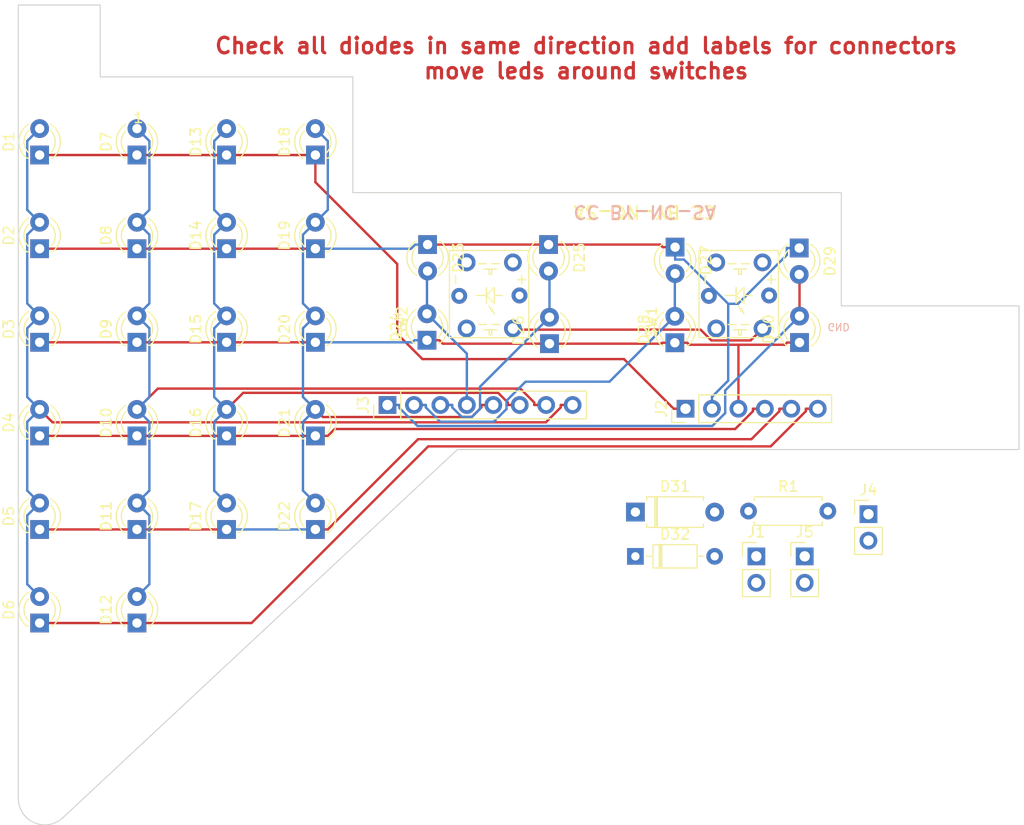
<source format=kicad_pcb>
(kicad_pcb (version 20171130) (host pcbnew "(5.1.5-0-10_14)")

  (general
    (thickness 1.2)
    (drawings 33)
    (tracks 187)
    (zones 0)
    (modules 43)
    (nets 25)
  )

  (page USLetter)
  (title_block
    (title "ABSIS NANO GENERAL I/O")
    (date 2017-12-26)
    (rev -)
    (company "F/A-18C SIMPIT")
    (comment 1 "JOHN STEENSEN")
  )

  (layers
    (0 F.Cu signal)
    (31 B.Cu signal)
    (32 B.Adhes user)
    (33 F.Adhes user)
    (34 B.Paste user)
    (35 F.Paste user)
    (36 B.SilkS user)
    (37 F.SilkS user)
    (38 B.Mask user)
    (39 F.Mask user)
    (40 Dwgs.User user)
    (41 Cmts.User user)
    (42 Eco1.User user)
    (43 Eco2.User user)
    (44 Edge.Cuts user)
    (45 Margin user)
    (46 B.CrtYd user)
    (47 F.CrtYd user)
    (48 B.Fab user)
    (49 F.Fab user)
  )

  (setup
    (last_trace_width 0.2286)
    (trace_clearance 0.1778)
    (zone_clearance 0.508)
    (zone_45_only no)
    (trace_min 0.1524)
    (via_size 0.6)
    (via_drill 0.4)
    (via_min_size 0.4)
    (via_min_drill 0.31)
    (blind_buried_vias_allowed yes)
    (uvia_size 0.3)
    (uvia_drill 0.1)
    (uvias_allowed no)
    (uvia_min_size 0.2)
    (uvia_min_drill 0.1)
    (edge_width 0.1)
    (segment_width 0.15)
    (pcb_text_width 0.3)
    (pcb_text_size 1.5 1.5)
    (mod_edge_width 0.15)
    (mod_text_size 1 1)
    (mod_text_width 0.15)
    (pad_size 0.6 0.6)
    (pad_drill 0.4)
    (pad_to_mask_clearance 0)
    (aux_axis_origin 137.06 26.87)
    (visible_elements 7FFFEFFF)
    (pcbplotparams
      (layerselection 0x010f0_ffffffff)
      (usegerberextensions false)
      (usegerberattributes false)
      (usegerberadvancedattributes false)
      (creategerberjobfile false)
      (excludeedgelayer true)
      (linewidth 0.100000)
      (plotframeref false)
      (viasonmask false)
      (mode 1)
      (useauxorigin false)
      (hpglpennumber 1)
      (hpglpenspeed 20)
      (hpglpendiameter 15.000000)
      (psnegative false)
      (psa4output false)
      (plotreference true)
      (plotvalue true)
      (plotinvisibletext false)
      (padsonsilk false)
      (subtractmaskfromsilk false)
      (outputformat 1)
      (mirror false)
      (drillshape 0)
      (scaleselection 1)
      (outputdirectory "manufacturing/"))
  )

  (net 0 "")
  (net 1 /Dig0)
  (net 2 /SegDP)
  (net 3 /Dig1)
  (net 4 /Dig2)
  (net 5 /Dig3)
  (net 6 /Dig4)
  (net 7 /Dig5)
  (net 8 /SegA)
  (net 9 /SegB)
  (net 10 /SegC)
  (net 11 /SegD)
  (net 12 /SegE)
  (net 13 /SegF)
  (net 14 /SegG)
  (net 15 /7)
  (net 16 "Net-(D31-Pad2)")
  (net 17 "Net-(D32-Pad2)")
  (net 18 "Net-(D32-Pad1)")
  (net 19 "Net-(J1-Pad2)")
  (net 20 "Net-(J1-Pad1)")
  (net 21 "Net-(J5-Pad2)")
  (net 22 "Net-(J5-Pad1)")
  (net 23 "Net-(R1-Pad2)")
  (net 24 "Net-(SW1-Pad6)")

  (net_class Default "This is the default net class."
    (clearance 0.1778)
    (trace_width 0.2286)
    (via_dia 0.6)
    (via_drill 0.4)
    (uvia_dia 0.3)
    (uvia_drill 0.1)
    (add_net /7)
    (add_net /Dig0)
    (add_net /Dig1)
    (add_net /Dig2)
    (add_net /Dig3)
    (add_net /Dig4)
    (add_net /Dig5)
    (add_net /SegA)
    (add_net /SegB)
    (add_net /SegC)
    (add_net /SegD)
    (add_net /SegDP)
    (add_net /SegE)
    (add_net /SegF)
    (add_net /SegG)
    (add_net "Net-(D31-Pad2)")
    (add_net "Net-(D32-Pad1)")
    (add_net "Net-(D32-Pad2)")
    (add_net "Net-(J1-Pad1)")
    (add_net "Net-(J1-Pad2)")
    (add_net "Net-(J5-Pad1)")
    (add_net "Net-(J5-Pad2)")
    (add_net "Net-(R1-Pad2)")
    (add_net "Net-(SW1-Pad6)")
  )

  (net_class control ""
    (clearance 0.1778)
    (trace_width 0.2286)
    (via_dia 0.6)
    (via_drill 0.4)
    (uvia_dia 0.3)
    (uvia_drill 0.1)
  )

  (net_class pwr12v ""
    (clearance 0.2032)
    (trace_width 0.762)
    (via_dia 0.6)
    (via_drill 0.4)
    (uvia_dia 0.3)
    (uvia_drill 0.1)
  )

  (net_class pwr3.3v ""
    (clearance 0.2032)
    (trace_width 0.3048)
    (via_dia 0.6)
    (via_drill 0.4)
    (uvia_dia 0.3)
    (uvia_drill 0.1)
  )

  (net_class pwr5v ""
    (clearance 0.2032)
    (trace_width 0.2286)
    (via_dia 0.6)
    (via_drill 0.4)
    (uvia_dia 0.3)
    (uvia_drill 0.1)
  )

  (net_class signal ""
    (clearance 0.1778)
    (trace_width 0.1524)
    (via_dia 0.6)
    (via_drill 0.4)
    (uvia_dia 0.3)
    (uvia_drill 0.1)
  )

  (module Diode_THT:D_DO-35_SOD27_P7.62mm_Horizontal (layer F.Cu) (tedit 5AE50CD5) (tstamp 5EE4699B)
    (at 196.34 79.83)
    (descr "Diode, DO-35_SOD27 series, Axial, Horizontal, pin pitch=7.62mm, , length*diameter=4*2mm^2, , http://www.diodes.com/_files/packages/DO-35.pdf")
    (tags "Diode DO-35_SOD27 series Axial Horizontal pin pitch 7.62mm  length 4mm diameter 2mm")
    (path /5EE66971)
    (fp_text reference D32 (at 3.81 -2.12) (layer F.SilkS)
      (effects (font (size 1 1) (thickness 0.15)))
    )
    (fp_text value D (at 3.81 2.12) (layer F.Fab)
      (effects (font (size 1 1) (thickness 0.15)))
    )
    (fp_text user K (at 0 -1.8) (layer F.Fab)
      (effects (font (size 1 1) (thickness 0.15)))
    )
    (fp_text user K (at 0 -1.8) (layer F.Fab)
      (effects (font (size 1 1) (thickness 0.15)))
    )
    (fp_text user %R (at 4.11 0) (layer F.Fab)
      (effects (font (size 0.8 0.8) (thickness 0.12)))
    )
    (fp_line (start 8.67 -1.25) (end -1.05 -1.25) (layer F.CrtYd) (width 0.05))
    (fp_line (start 8.67 1.25) (end 8.67 -1.25) (layer F.CrtYd) (width 0.05))
    (fp_line (start -1.05 1.25) (end 8.67 1.25) (layer F.CrtYd) (width 0.05))
    (fp_line (start -1.05 -1.25) (end -1.05 1.25) (layer F.CrtYd) (width 0.05))
    (fp_line (start 2.29 -1.12) (end 2.29 1.12) (layer F.SilkS) (width 0.12))
    (fp_line (start 2.53 -1.12) (end 2.53 1.12) (layer F.SilkS) (width 0.12))
    (fp_line (start 2.41 -1.12) (end 2.41 1.12) (layer F.SilkS) (width 0.12))
    (fp_line (start 6.58 0) (end 5.93 0) (layer F.SilkS) (width 0.12))
    (fp_line (start 1.04 0) (end 1.69 0) (layer F.SilkS) (width 0.12))
    (fp_line (start 5.93 -1.12) (end 1.69 -1.12) (layer F.SilkS) (width 0.12))
    (fp_line (start 5.93 1.12) (end 5.93 -1.12) (layer F.SilkS) (width 0.12))
    (fp_line (start 1.69 1.12) (end 5.93 1.12) (layer F.SilkS) (width 0.12))
    (fp_line (start 1.69 -1.12) (end 1.69 1.12) (layer F.SilkS) (width 0.12))
    (fp_line (start 2.31 -1) (end 2.31 1) (layer F.Fab) (width 0.1))
    (fp_line (start 2.51 -1) (end 2.51 1) (layer F.Fab) (width 0.1))
    (fp_line (start 2.41 -1) (end 2.41 1) (layer F.Fab) (width 0.1))
    (fp_line (start 7.62 0) (end 5.81 0) (layer F.Fab) (width 0.1))
    (fp_line (start 0 0) (end 1.81 0) (layer F.Fab) (width 0.1))
    (fp_line (start 5.81 -1) (end 1.81 -1) (layer F.Fab) (width 0.1))
    (fp_line (start 5.81 1) (end 5.81 -1) (layer F.Fab) (width 0.1))
    (fp_line (start 1.81 1) (end 5.81 1) (layer F.Fab) (width 0.1))
    (fp_line (start 1.81 -1) (end 1.81 1) (layer F.Fab) (width 0.1))
    (pad 2 thru_hole oval (at 7.62 0) (size 1.6 1.6) (drill 0.8) (layers *.Cu *.Mask)
      (net 17 "Net-(D32-Pad2)"))
    (pad 1 thru_hole rect (at 0 0) (size 1.6 1.6) (drill 0.8) (layers *.Cu *.Mask)
      (net 18 "Net-(D32-Pad1)"))
    (model ${KISYS3DMOD}/Diode_THT.3dshapes/D_DO-35_SOD27_P7.62mm_Horizontal.wrl
      (at (xyz 0 0 0))
      (scale (xyz 1 1 1))
      (rotate (xyz 0 0 0))
    )
  )

  (module Resistor_THT:R_Axial_DIN0207_L6.3mm_D2.5mm_P7.62mm_Horizontal (layer F.Cu) (tedit 5AE5139B) (tstamp 5EE46A5C)
    (at 207.21 75.48)
    (descr "Resistor, Axial_DIN0207 series, Axial, Horizontal, pin pitch=7.62mm, 0.25W = 1/4W, length*diameter=6.3*2.5mm^2, http://cdn-reichelt.de/documents/datenblatt/B400/1_4W%23YAG.pdf")
    (tags "Resistor Axial_DIN0207 series Axial Horizontal pin pitch 7.62mm 0.25W = 1/4W length 6.3mm diameter 2.5mm")
    (path /5EF1E77B)
    (fp_text reference R1 (at 3.81 -2.37) (layer F.SilkS)
      (effects (font (size 1 1) (thickness 0.15)))
    )
    (fp_text value R (at 3.81 2.37) (layer F.Fab)
      (effects (font (size 1 1) (thickness 0.15)))
    )
    (fp_text user %R (at 3.81 0) (layer F.Fab)
      (effects (font (size 1 1) (thickness 0.15)))
    )
    (fp_line (start 8.67 -1.5) (end -1.05 -1.5) (layer F.CrtYd) (width 0.05))
    (fp_line (start 8.67 1.5) (end 8.67 -1.5) (layer F.CrtYd) (width 0.05))
    (fp_line (start -1.05 1.5) (end 8.67 1.5) (layer F.CrtYd) (width 0.05))
    (fp_line (start -1.05 -1.5) (end -1.05 1.5) (layer F.CrtYd) (width 0.05))
    (fp_line (start 7.08 1.37) (end 7.08 1.04) (layer F.SilkS) (width 0.12))
    (fp_line (start 0.54 1.37) (end 7.08 1.37) (layer F.SilkS) (width 0.12))
    (fp_line (start 0.54 1.04) (end 0.54 1.37) (layer F.SilkS) (width 0.12))
    (fp_line (start 7.08 -1.37) (end 7.08 -1.04) (layer F.SilkS) (width 0.12))
    (fp_line (start 0.54 -1.37) (end 7.08 -1.37) (layer F.SilkS) (width 0.12))
    (fp_line (start 0.54 -1.04) (end 0.54 -1.37) (layer F.SilkS) (width 0.12))
    (fp_line (start 7.62 0) (end 6.96 0) (layer F.Fab) (width 0.1))
    (fp_line (start 0 0) (end 0.66 0) (layer F.Fab) (width 0.1))
    (fp_line (start 6.96 -1.25) (end 0.66 -1.25) (layer F.Fab) (width 0.1))
    (fp_line (start 6.96 1.25) (end 6.96 -1.25) (layer F.Fab) (width 0.1))
    (fp_line (start 0.66 1.25) (end 6.96 1.25) (layer F.Fab) (width 0.1))
    (fp_line (start 0.66 -1.25) (end 0.66 1.25) (layer F.Fab) (width 0.1))
    (pad 2 thru_hole oval (at 7.62 0) (size 1.6 1.6) (drill 0.8) (layers *.Cu *.Mask)
      (net 23 "Net-(R1-Pad2)"))
    (pad 1 thru_hole circle (at 0 0) (size 1.6 1.6) (drill 0.8) (layers *.Cu *.Mask)
      (net 20 "Net-(J1-Pad1)"))
    (model ${KISYS3DMOD}/Resistor_THT.3dshapes/R_Axial_DIN0207_L6.3mm_D2.5mm_P7.62mm_Horizontal.wrl
      (at (xyz 0 0 0))
      (scale (xyz 1 1 1))
      (rotate (xyz 0 0 0))
    )
  )

  (module Connector_PinHeader_2.54mm:PinHeader_1x02_P2.54mm_Vertical (layer F.Cu) (tedit 59FED5CC) (tstamp 5EE46A45)
    (at 212.61 79.83)
    (descr "Through hole straight pin header, 1x02, 2.54mm pitch, single row")
    (tags "Through hole pin header THT 1x02 2.54mm single row")
    (path /5EF1C0FA)
    (fp_text reference J5 (at 0 -2.33) (layer F.SilkS)
      (effects (font (size 1 1) (thickness 0.15)))
    )
    (fp_text value Conn_01x02_Female (at 0 4.87) (layer F.Fab)
      (effects (font (size 1 1) (thickness 0.15)))
    )
    (fp_text user %R (at 0 1.27 90) (layer F.Fab)
      (effects (font (size 1 1) (thickness 0.15)))
    )
    (fp_line (start 1.8 -1.8) (end -1.8 -1.8) (layer F.CrtYd) (width 0.05))
    (fp_line (start 1.8 4.35) (end 1.8 -1.8) (layer F.CrtYd) (width 0.05))
    (fp_line (start -1.8 4.35) (end 1.8 4.35) (layer F.CrtYd) (width 0.05))
    (fp_line (start -1.8 -1.8) (end -1.8 4.35) (layer F.CrtYd) (width 0.05))
    (fp_line (start -1.33 -1.33) (end 0 -1.33) (layer F.SilkS) (width 0.12))
    (fp_line (start -1.33 0) (end -1.33 -1.33) (layer F.SilkS) (width 0.12))
    (fp_line (start -1.33 1.27) (end 1.33 1.27) (layer F.SilkS) (width 0.12))
    (fp_line (start 1.33 1.27) (end 1.33 3.87) (layer F.SilkS) (width 0.12))
    (fp_line (start -1.33 1.27) (end -1.33 3.87) (layer F.SilkS) (width 0.12))
    (fp_line (start -1.33 3.87) (end 1.33 3.87) (layer F.SilkS) (width 0.12))
    (fp_line (start -1.27 -0.635) (end -0.635 -1.27) (layer F.Fab) (width 0.1))
    (fp_line (start -1.27 3.81) (end -1.27 -0.635) (layer F.Fab) (width 0.1))
    (fp_line (start 1.27 3.81) (end -1.27 3.81) (layer F.Fab) (width 0.1))
    (fp_line (start 1.27 -1.27) (end 1.27 3.81) (layer F.Fab) (width 0.1))
    (fp_line (start -0.635 -1.27) (end 1.27 -1.27) (layer F.Fab) (width 0.1))
    (pad 2 thru_hole oval (at 0 2.54) (size 1.7 1.7) (drill 1) (layers *.Cu *.Mask)
      (net 21 "Net-(J5-Pad2)"))
    (pad 1 thru_hole rect (at 0 0) (size 1.7 1.7) (drill 1) (layers *.Cu *.Mask)
      (net 22 "Net-(J5-Pad1)"))
    (model ${KISYS3DMOD}/Connector_PinHeader_2.54mm.3dshapes/PinHeader_1x02_P2.54mm_Vertical.wrl
      (at (xyz 0 0 0))
      (scale (xyz 1 1 1))
      (rotate (xyz 0 0 0))
    )
  )

  (module Connector_PinHeader_2.54mm:PinHeader_1x02_P2.54mm_Vertical (layer F.Cu) (tedit 59FED5CC) (tstamp 5EE46A2F)
    (at 218.73 75.78)
    (descr "Through hole straight pin header, 1x02, 2.54mm pitch, single row")
    (tags "Through hole pin header THT 1x02 2.54mm single row")
    (path /5EF1C571)
    (fp_text reference J4 (at 0 -2.33) (layer F.SilkS)
      (effects (font (size 1 1) (thickness 0.15)))
    )
    (fp_text value Conn_01x02_Female (at 0 4.87) (layer F.Fab)
      (effects (font (size 1 1) (thickness 0.15)))
    )
    (fp_text user %R (at 0 1.27 90) (layer F.Fab)
      (effects (font (size 1 1) (thickness 0.15)))
    )
    (fp_line (start 1.8 -1.8) (end -1.8 -1.8) (layer F.CrtYd) (width 0.05))
    (fp_line (start 1.8 4.35) (end 1.8 -1.8) (layer F.CrtYd) (width 0.05))
    (fp_line (start -1.8 4.35) (end 1.8 4.35) (layer F.CrtYd) (width 0.05))
    (fp_line (start -1.8 -1.8) (end -1.8 4.35) (layer F.CrtYd) (width 0.05))
    (fp_line (start -1.33 -1.33) (end 0 -1.33) (layer F.SilkS) (width 0.12))
    (fp_line (start -1.33 0) (end -1.33 -1.33) (layer F.SilkS) (width 0.12))
    (fp_line (start -1.33 1.27) (end 1.33 1.27) (layer F.SilkS) (width 0.12))
    (fp_line (start 1.33 1.27) (end 1.33 3.87) (layer F.SilkS) (width 0.12))
    (fp_line (start -1.33 1.27) (end -1.33 3.87) (layer F.SilkS) (width 0.12))
    (fp_line (start -1.33 3.87) (end 1.33 3.87) (layer F.SilkS) (width 0.12))
    (fp_line (start -1.27 -0.635) (end -0.635 -1.27) (layer F.Fab) (width 0.1))
    (fp_line (start -1.27 3.81) (end -1.27 -0.635) (layer F.Fab) (width 0.1))
    (fp_line (start 1.27 3.81) (end -1.27 3.81) (layer F.Fab) (width 0.1))
    (fp_line (start 1.27 -1.27) (end 1.27 3.81) (layer F.Fab) (width 0.1))
    (fp_line (start -0.635 -1.27) (end 1.27 -1.27) (layer F.Fab) (width 0.1))
    (pad 2 thru_hole oval (at 0 2.54) (size 1.7 1.7) (drill 1) (layers *.Cu *.Mask)
      (net 16 "Net-(D31-Pad2)"))
    (pad 1 thru_hole rect (at 0 0) (size 1.7 1.7) (drill 1) (layers *.Cu *.Mask)
      (net 17 "Net-(D32-Pad2)"))
    (model ${KISYS3DMOD}/Connector_PinHeader_2.54mm.3dshapes/PinHeader_1x02_P2.54mm_Vertical.wrl
      (at (xyz 0 0 0))
      (scale (xyz 1 1 1))
      (rotate (xyz 0 0 0))
    )
  )

  (module Connector_PinHeader_2.54mm:PinHeader_1x02_P2.54mm_Vertical (layer F.Cu) (tedit 59FED5CC) (tstamp 5EE469B1)
    (at 207.96 79.83)
    (descr "Through hole straight pin header, 1x02, 2.54mm pitch, single row")
    (tags "Through hole pin header THT 1x02 2.54mm single row")
    (path /5EF1D237)
    (fp_text reference J1 (at 0 -2.33) (layer F.SilkS)
      (effects (font (size 1 1) (thickness 0.15)))
    )
    (fp_text value Conn_01x02_Female (at 0 4.87) (layer F.Fab)
      (effects (font (size 1 1) (thickness 0.15)))
    )
    (fp_text user %R (at 0 1.27 90) (layer F.Fab)
      (effects (font (size 1 1) (thickness 0.15)))
    )
    (fp_line (start 1.8 -1.8) (end -1.8 -1.8) (layer F.CrtYd) (width 0.05))
    (fp_line (start 1.8 4.35) (end 1.8 -1.8) (layer F.CrtYd) (width 0.05))
    (fp_line (start -1.8 4.35) (end 1.8 4.35) (layer F.CrtYd) (width 0.05))
    (fp_line (start -1.8 -1.8) (end -1.8 4.35) (layer F.CrtYd) (width 0.05))
    (fp_line (start -1.33 -1.33) (end 0 -1.33) (layer F.SilkS) (width 0.12))
    (fp_line (start -1.33 0) (end -1.33 -1.33) (layer F.SilkS) (width 0.12))
    (fp_line (start -1.33 1.27) (end 1.33 1.27) (layer F.SilkS) (width 0.12))
    (fp_line (start 1.33 1.27) (end 1.33 3.87) (layer F.SilkS) (width 0.12))
    (fp_line (start -1.33 1.27) (end -1.33 3.87) (layer F.SilkS) (width 0.12))
    (fp_line (start -1.33 3.87) (end 1.33 3.87) (layer F.SilkS) (width 0.12))
    (fp_line (start -1.27 -0.635) (end -0.635 -1.27) (layer F.Fab) (width 0.1))
    (fp_line (start -1.27 3.81) (end -1.27 -0.635) (layer F.Fab) (width 0.1))
    (fp_line (start 1.27 3.81) (end -1.27 3.81) (layer F.Fab) (width 0.1))
    (fp_line (start 1.27 -1.27) (end 1.27 3.81) (layer F.Fab) (width 0.1))
    (fp_line (start -0.635 -1.27) (end 1.27 -1.27) (layer F.Fab) (width 0.1))
    (pad 2 thru_hole oval (at 0 2.54) (size 1.7 1.7) (drill 1) (layers *.Cu *.Mask)
      (net 19 "Net-(J1-Pad2)"))
    (pad 1 thru_hole rect (at 0 0) (size 1.7 1.7) (drill 1) (layers *.Cu *.Mask)
      (net 20 "Net-(J1-Pad1)"))
    (model ${KISYS3DMOD}/Connector_PinHeader_2.54mm.3dshapes/PinHeader_1x02_P2.54mm_Vertical.wrl
      (at (xyz 0 0 0))
      (scale (xyz 1 1 1))
      (rotate (xyz 0 0 0))
    )
  )

  (module Diode_THT:D_A-405_P7.62mm_Horizontal (layer F.Cu) (tedit 5AE50CD5) (tstamp 5EE4697C)
    (at 196.34 75.58)
    (descr "Diode, A-405 series, Axial, Horizontal, pin pitch=7.62mm, , length*diameter=5.2*2.7mm^2, , http://www.diodes.com/_files/packages/A-405.pdf")
    (tags "Diode A-405 series Axial Horizontal pin pitch 7.62mm  length 5.2mm diameter 2.7mm")
    (path /5EE6136F)
    (fp_text reference D31 (at 3.81 -2.47) (layer F.SilkS)
      (effects (font (size 1 1) (thickness 0.15)))
    )
    (fp_text value D (at 3.81 2.47) (layer F.Fab)
      (effects (font (size 1 1) (thickness 0.15)))
    )
    (fp_text user K (at 0 -1.9) (layer F.Fab)
      (effects (font (size 1 1) (thickness 0.15)))
    )
    (fp_text user K (at 0 -1.9) (layer F.Fab)
      (effects (font (size 1 1) (thickness 0.15)))
    )
    (fp_text user %R (at 4.2 0) (layer F.Fab)
      (effects (font (size 1 1) (thickness 0.15)))
    )
    (fp_line (start 8.77 -1.6) (end -1.15 -1.6) (layer F.CrtYd) (width 0.05))
    (fp_line (start 8.77 1.6) (end 8.77 -1.6) (layer F.CrtYd) (width 0.05))
    (fp_line (start -1.15 1.6) (end 8.77 1.6) (layer F.CrtYd) (width 0.05))
    (fp_line (start -1.15 -1.6) (end -1.15 1.6) (layer F.CrtYd) (width 0.05))
    (fp_line (start 1.87 -1.47) (end 1.87 1.47) (layer F.SilkS) (width 0.12))
    (fp_line (start 2.11 -1.47) (end 2.11 1.47) (layer F.SilkS) (width 0.12))
    (fp_line (start 1.99 -1.47) (end 1.99 1.47) (layer F.SilkS) (width 0.12))
    (fp_line (start 6.53 1.47) (end 6.53 1.14) (layer F.SilkS) (width 0.12))
    (fp_line (start 1.09 1.47) (end 6.53 1.47) (layer F.SilkS) (width 0.12))
    (fp_line (start 1.09 1.14) (end 1.09 1.47) (layer F.SilkS) (width 0.12))
    (fp_line (start 6.53 -1.47) (end 6.53 -1.14) (layer F.SilkS) (width 0.12))
    (fp_line (start 1.09 -1.47) (end 6.53 -1.47) (layer F.SilkS) (width 0.12))
    (fp_line (start 1.09 -1.14) (end 1.09 -1.47) (layer F.SilkS) (width 0.12))
    (fp_line (start 1.89 -1.35) (end 1.89 1.35) (layer F.Fab) (width 0.1))
    (fp_line (start 2.09 -1.35) (end 2.09 1.35) (layer F.Fab) (width 0.1))
    (fp_line (start 1.99 -1.35) (end 1.99 1.35) (layer F.Fab) (width 0.1))
    (fp_line (start 7.62 0) (end 6.41 0) (layer F.Fab) (width 0.1))
    (fp_line (start 0 0) (end 1.21 0) (layer F.Fab) (width 0.1))
    (fp_line (start 6.41 -1.35) (end 1.21 -1.35) (layer F.Fab) (width 0.1))
    (fp_line (start 6.41 1.35) (end 6.41 -1.35) (layer F.Fab) (width 0.1))
    (fp_line (start 1.21 1.35) (end 6.41 1.35) (layer F.Fab) (width 0.1))
    (fp_line (start 1.21 -1.35) (end 1.21 1.35) (layer F.Fab) (width 0.1))
    (pad 2 thru_hole oval (at 7.62 0) (size 1.8 1.8) (drill 0.9) (layers *.Cu *.Mask)
      (net 16 "Net-(D31-Pad2)"))
    (pad 1 thru_hole rect (at 0 0) (size 1.8 1.8) (drill 0.9) (layers *.Cu *.Mask)
      (net 15 /7))
    (model ${KISYS3DMOD}/Diode_THT.3dshapes/D_A-405_P7.62mm_Horizontal.wrl
      (at (xyz 0 0 0))
      (scale (xyz 1 1 1))
      (rotate (xyz 0 0 0))
    )
  )

  (module PT_Library_v001:PT_Small_Tactile_Switch_With_LED (layer F.Cu) (tedit 5EE4152B) (tstamp 5A570957)
    (at 182.289 54.7672 270)
    (path /5A4586CB)
    (fp_text reference SW2 (at 2.54 8.374 90) (layer F.SilkS)
      (effects (font (size 1 1) (thickness 0.15)))
    )
    (fp_text value "OUT SWTCH" (at 0 -0.5 90) (layer F.Fab)
      (effects (font (size 1 1) (thickness 0.15)))
    )
    (fp_line (start -4.318 -3.81) (end -3.048 -3.81) (layer F.SilkS) (width 0.12))
    (fp_line (start -4.32 3.81) (end -4.318 -3.81) (layer F.SilkS) (width 0.12))
    (fp_line (start 4.07 3.81) (end -4.312 3.81) (layer F.SilkS) (width 0.12))
    (fp_line (start 4.064 -3.81) (end 4.05 3.81) (layer F.SilkS) (width 0.12))
    (fp_line (start -4.064 -3.81) (end 4.064 -3.81) (layer F.SilkS) (width 0.12))
    (fp_text user - (at -1.524 3.302 90) (layer F.SilkS)
      (effects (font (size 1 1) (thickness 0.15)))
    )
    (fp_line (start 3.81 0) (end 3.302 0) (layer F.SilkS) (width 0.12))
    (fp_line (start 2.794 -1.016) (end 2.794 -0.254) (layer F.SilkS) (width 0.12))
    (fp_line (start 3.81 -0.254) (end 3.81 0) (layer F.SilkS) (width 0.12))
    (fp_line (start 3.302 -0.762) (end 3.302 0.508) (layer F.SilkS) (width 0.12))
    (fp_line (start 2.794 0.254) (end 2.794 1.016) (layer F.SilkS) (width 0.12))
    (fp_line (start 3.302 -0.254) (end 3.81 -0.254) (layer F.SilkS) (width 0.12))
    (fp_line (start -2.032 0) (end -2.54 0) (layer F.SilkS) (width 0.12))
    (fp_line (start -2.032 -0.254) (end -2.032 0) (layer F.SilkS) (width 0.12))
    (fp_line (start -2.54 -0.254) (end -2.032 -0.254) (layer F.SilkS) (width 0.12))
    (fp_line (start -2.54 -0.762) (end -2.54 0.508) (layer F.SilkS) (width 0.12))
    (fp_line (start -3.048 0.254) (end -3.048 1.016) (layer F.SilkS) (width 0.12))
    (fp_line (start -3.048 -1.016) (end -3.048 -0.254) (layer F.SilkS) (width 0.12))
    (fp_line (start 1.524 -0.254) (end 1.016 0) (layer F.SilkS) (width 0.12))
    (fp_line (start 1.27 -0.254) (end 1.524 -0.254) (layer F.SilkS) (width 0.12))
    (fp_line (start 1.778 -0.508) (end 1.27 -0.254) (layer F.SilkS) (width 0.12))
    (fp_line (start 0 0.254) (end 0 1.27) (layer F.SilkS) (width 0.12))
    (fp_line (start -0.762 0.254) (end 0 0.254) (layer F.SilkS) (width 0.12))
    (fp_line (start 0.762 0.254) (end -0.762 0.254) (layer F.SilkS) (width 0.12))
    (fp_line (start -0.762 -0.508) (end 0 -0.508) (layer F.SilkS) (width 0.12))
    (fp_line (start 0 0.254) (end -0.762 -0.508) (layer F.SilkS) (width 0.12))
    (fp_line (start 0.762 -0.508) (end 0 0.254) (layer F.SilkS) (width 0.12))
    (fp_line (start 0 -0.508) (end 0.762 -0.508) (layer F.SilkS) (width 0.12))
    (fp_line (start 0 -1.27) (end 0 -0.508) (layer F.SilkS) (width 0.12))
    (fp_text user + (at -1.524 -3.048 90) (layer F.SilkS)
      (effects (font (size 1 1) (thickness 0.15)))
    )
    (pad 6 thru_hole circle (at 0.04 2.87 270) (size 1.524 1.524) (drill 0.762) (layers *.Cu *.Mask)
      (net 19 "Net-(J1-Pad2)"))
    (pad 5 thru_hole circle (at 0 -2.921 270) (size 1.524 1.524) (drill 0.762) (layers *.Cu *.Mask)
      (net 24 "Net-(SW1-Pad6)"))
    (pad 4 thru_hole circle (at 3.175 2.159 270) (size 1.7 1.7) (drill 1) (layers *.Cu *.Mask)
      (net 18 "Net-(D32-Pad1)"))
    (pad 3 thru_hole circle (at -3.175 2.159 270) (size 1.7 1.7) (drill 1) (layers *.Cu *.Mask)
      (net 18 "Net-(D32-Pad1)"))
    (pad 2 thru_hole circle (at 3.175 -2.286 270) (size 1.7 1.7) (drill 1) (layers *.Cu *.Mask)
      (net 22 "Net-(J5-Pad1)"))
    (pad 1 thru_hole circle (at -3.175 -2.286 270) (size 1.7 1.7) (drill 1) (layers *.Cu *.Mask)
      (net 22 "Net-(J5-Pad1)"))
  )

  (module PT_Library_v001:PT_Small_Tactile_Switch_With_LED (layer F.Cu) (tedit 5EE4152B) (tstamp 5A570944)
    (at 206.269 54.7672 270)
    (path /5A4585C5)
    (fp_text reference SW1 (at 2.54 8.374 90) (layer F.SilkS)
      (effects (font (size 1 1) (thickness 0.15)))
    )
    (fp_text value "IN SWTCH" (at 0 -0.5 90) (layer F.Fab)
      (effects (font (size 1 1) (thickness 0.15)))
    )
    (fp_line (start -4.318 -3.81) (end -3.048 -3.81) (layer F.SilkS) (width 0.12))
    (fp_line (start -4.32 3.81) (end -4.318 -3.81) (layer F.SilkS) (width 0.12))
    (fp_line (start 4.07 3.81) (end -4.312 3.81) (layer F.SilkS) (width 0.12))
    (fp_line (start 4.064 -3.81) (end 4.05 3.81) (layer F.SilkS) (width 0.12))
    (fp_line (start -4.064 -3.81) (end 4.064 -3.81) (layer F.SilkS) (width 0.12))
    (fp_text user - (at -1.524 3.302 90) (layer F.SilkS)
      (effects (font (size 1 1) (thickness 0.15)))
    )
    (fp_line (start 3.81 0) (end 3.302 0) (layer F.SilkS) (width 0.12))
    (fp_line (start 2.794 -1.016) (end 2.794 -0.254) (layer F.SilkS) (width 0.12))
    (fp_line (start 3.81 -0.254) (end 3.81 0) (layer F.SilkS) (width 0.12))
    (fp_line (start 3.302 -0.762) (end 3.302 0.508) (layer F.SilkS) (width 0.12))
    (fp_line (start 2.794 0.254) (end 2.794 1.016) (layer F.SilkS) (width 0.12))
    (fp_line (start 3.302 -0.254) (end 3.81 -0.254) (layer F.SilkS) (width 0.12))
    (fp_line (start -2.032 0) (end -2.54 0) (layer F.SilkS) (width 0.12))
    (fp_line (start -2.032 -0.254) (end -2.032 0) (layer F.SilkS) (width 0.12))
    (fp_line (start -2.54 -0.254) (end -2.032 -0.254) (layer F.SilkS) (width 0.12))
    (fp_line (start -2.54 -0.762) (end -2.54 0.508) (layer F.SilkS) (width 0.12))
    (fp_line (start -3.048 0.254) (end -3.048 1.016) (layer F.SilkS) (width 0.12))
    (fp_line (start -3.048 -1.016) (end -3.048 -0.254) (layer F.SilkS) (width 0.12))
    (fp_line (start 1.524 -0.254) (end 1.016 0) (layer F.SilkS) (width 0.12))
    (fp_line (start 1.27 -0.254) (end 1.524 -0.254) (layer F.SilkS) (width 0.12))
    (fp_line (start 1.778 -0.508) (end 1.27 -0.254) (layer F.SilkS) (width 0.12))
    (fp_line (start 0 0.254) (end 0 1.27) (layer F.SilkS) (width 0.12))
    (fp_line (start -0.762 0.254) (end 0 0.254) (layer F.SilkS) (width 0.12))
    (fp_line (start 0.762 0.254) (end -0.762 0.254) (layer F.SilkS) (width 0.12))
    (fp_line (start -0.762 -0.508) (end 0 -0.508) (layer F.SilkS) (width 0.12))
    (fp_line (start 0 0.254) (end -0.762 -0.508) (layer F.SilkS) (width 0.12))
    (fp_line (start 0.762 -0.508) (end 0 0.254) (layer F.SilkS) (width 0.12))
    (fp_line (start 0 -0.508) (end 0.762 -0.508) (layer F.SilkS) (width 0.12))
    (fp_line (start 0 -1.27) (end 0 -0.508) (layer F.SilkS) (width 0.12))
    (fp_text user + (at -1.524 -3.048 90) (layer F.SilkS)
      (effects (font (size 1 1) (thickness 0.15)))
    )
    (pad 6 thru_hole circle (at 0.04 2.87 270) (size 1.524 1.524) (drill 0.762) (layers *.Cu *.Mask)
      (net 24 "Net-(SW1-Pad6)"))
    (pad 5 thru_hole circle (at 0 -2.921 270) (size 1.524 1.524) (drill 0.762) (layers *.Cu *.Mask)
      (net 23 "Net-(R1-Pad2)"))
    (pad 4 thru_hole circle (at 3.175 2.159 270) (size 1.7 1.7) (drill 1) (layers *.Cu *.Mask)
      (net 15 /7))
    (pad 3 thru_hole circle (at -3.175 2.159 270) (size 1.7 1.7) (drill 1) (layers *.Cu *.Mask)
      (net 15 /7))
    (pad 2 thru_hole circle (at 3.175 -2.286 270) (size 1.7 1.7) (drill 1) (layers *.Cu *.Mask)
      (net 22 "Net-(J5-Pad1)"))
    (pad 1 thru_hole circle (at -3.175 -2.286 270) (size 1.7 1.7) (drill 1) (layers *.Cu *.Mask)
      (net 22 "Net-(J5-Pad1)"))
  )

  (module Connector_PinHeader_2.54mm:PinHeader_1x08_P2.54mm_Vertical (layer F.Cu) (tedit 59FED5CC) (tstamp 5EE20CA0)
    (at 172.53 65.29 90)
    (descr "Through hole straight pin header, 1x08, 2.54mm pitch, single row")
    (tags "Through hole pin header THT 1x08 2.54mm single row")
    (path /5EE409F3)
    (fp_text reference J3 (at 0 -2.33 90) (layer F.SilkS)
      (effects (font (size 1 1) (thickness 0.15)))
    )
    (fp_text value Conn_01x08_Male (at 0 20.11 90) (layer F.Fab)
      (effects (font (size 1 1) (thickness 0.15)))
    )
    (fp_text user %R (at 0 8.89) (layer F.Fab)
      (effects (font (size 1 1) (thickness 0.15)))
    )
    (fp_line (start 1.8 -1.8) (end -1.8 -1.8) (layer F.CrtYd) (width 0.05))
    (fp_line (start 1.8 19.55) (end 1.8 -1.8) (layer F.CrtYd) (width 0.05))
    (fp_line (start -1.8 19.55) (end 1.8 19.55) (layer F.CrtYd) (width 0.05))
    (fp_line (start -1.8 -1.8) (end -1.8 19.55) (layer F.CrtYd) (width 0.05))
    (fp_line (start -1.33 -1.33) (end 0 -1.33) (layer F.SilkS) (width 0.12))
    (fp_line (start -1.33 0) (end -1.33 -1.33) (layer F.SilkS) (width 0.12))
    (fp_line (start -1.33 1.27) (end 1.33 1.27) (layer F.SilkS) (width 0.12))
    (fp_line (start 1.33 1.27) (end 1.33 19.11) (layer F.SilkS) (width 0.12))
    (fp_line (start -1.33 1.27) (end -1.33 19.11) (layer F.SilkS) (width 0.12))
    (fp_line (start -1.33 19.11) (end 1.33 19.11) (layer F.SilkS) (width 0.12))
    (fp_line (start -1.27 -0.635) (end -0.635 -1.27) (layer F.Fab) (width 0.1))
    (fp_line (start -1.27 19.05) (end -1.27 -0.635) (layer F.Fab) (width 0.1))
    (fp_line (start 1.27 19.05) (end -1.27 19.05) (layer F.Fab) (width 0.1))
    (fp_line (start 1.27 -1.27) (end 1.27 19.05) (layer F.Fab) (width 0.1))
    (fp_line (start -0.635 -1.27) (end 1.27 -1.27) (layer F.Fab) (width 0.1))
    (pad 8 thru_hole oval (at 0 17.78 90) (size 1.7 1.7) (drill 1) (layers *.Cu *.Mask)
      (net 14 /SegG))
    (pad 7 thru_hole oval (at 0 15.24 90) (size 1.7 1.7) (drill 1) (layers *.Cu *.Mask)
      (net 13 /SegF))
    (pad 6 thru_hole oval (at 0 12.7 90) (size 1.7 1.7) (drill 1) (layers *.Cu *.Mask)
      (net 12 /SegE))
    (pad 5 thru_hole oval (at 0 10.16 90) (size 1.7 1.7) (drill 1) (layers *.Cu *.Mask)
      (net 11 /SegD))
    (pad 4 thru_hole oval (at 0 7.62 90) (size 1.7 1.7) (drill 1) (layers *.Cu *.Mask)
      (net 10 /SegC))
    (pad 3 thru_hole oval (at 0 5.08 90) (size 1.7 1.7) (drill 1) (layers *.Cu *.Mask)
      (net 9 /SegB))
    (pad 2 thru_hole oval (at 0 2.54 90) (size 1.7 1.7) (drill 1) (layers *.Cu *.Mask)
      (net 8 /SegA))
    (pad 1 thru_hole rect (at 0 0 90) (size 1.7 1.7) (drill 1) (layers *.Cu *.Mask)
      (net 2 /SegDP))
    (model ${KISYS3DMOD}/Connector_PinHeader_2.54mm.3dshapes/PinHeader_1x08_P2.54mm_Vertical.wrl
      (at (xyz 0 0 0))
      (scale (xyz 1 1 1))
      (rotate (xyz 0 0 0))
    )
  )

  (module Connector_PinHeader_2.54mm:PinHeader_1x06_P2.54mm_Vertical (layer F.Cu) (tedit 59FED5CC) (tstamp 5EE20C84)
    (at 201.16 65.65 90)
    (descr "Through hole straight pin header, 1x06, 2.54mm pitch, single row")
    (tags "Through hole pin header THT 1x06 2.54mm single row")
    (path /5EE3F87E)
    (fp_text reference J2 (at 0 -2.33 90) (layer F.SilkS)
      (effects (font (size 1 1) (thickness 0.15)))
    )
    (fp_text value Conn_01x06_Male (at 0 15.03 90) (layer F.Fab)
      (effects (font (size 1 1) (thickness 0.15)))
    )
    (fp_text user %R (at 0 6.35) (layer F.Fab)
      (effects (font (size 1 1) (thickness 0.15)))
    )
    (fp_line (start 1.8 -1.8) (end -1.8 -1.8) (layer F.CrtYd) (width 0.05))
    (fp_line (start 1.8 14.5) (end 1.8 -1.8) (layer F.CrtYd) (width 0.05))
    (fp_line (start -1.8 14.5) (end 1.8 14.5) (layer F.CrtYd) (width 0.05))
    (fp_line (start -1.8 -1.8) (end -1.8 14.5) (layer F.CrtYd) (width 0.05))
    (fp_line (start -1.33 -1.33) (end 0 -1.33) (layer F.SilkS) (width 0.12))
    (fp_line (start -1.33 0) (end -1.33 -1.33) (layer F.SilkS) (width 0.12))
    (fp_line (start -1.33 1.27) (end 1.33 1.27) (layer F.SilkS) (width 0.12))
    (fp_line (start 1.33 1.27) (end 1.33 14.03) (layer F.SilkS) (width 0.12))
    (fp_line (start -1.33 1.27) (end -1.33 14.03) (layer F.SilkS) (width 0.12))
    (fp_line (start -1.33 14.03) (end 1.33 14.03) (layer F.SilkS) (width 0.12))
    (fp_line (start -1.27 -0.635) (end -0.635 -1.27) (layer F.Fab) (width 0.1))
    (fp_line (start -1.27 13.97) (end -1.27 -0.635) (layer F.Fab) (width 0.1))
    (fp_line (start 1.27 13.97) (end -1.27 13.97) (layer F.Fab) (width 0.1))
    (fp_line (start 1.27 -1.27) (end 1.27 13.97) (layer F.Fab) (width 0.1))
    (fp_line (start -0.635 -1.27) (end 1.27 -1.27) (layer F.Fab) (width 0.1))
    (pad 6 thru_hole oval (at 0 12.7 90) (size 1.7 1.7) (drill 1) (layers *.Cu *.Mask)
      (net 7 /Dig5))
    (pad 5 thru_hole oval (at 0 10.16 90) (size 1.7 1.7) (drill 1) (layers *.Cu *.Mask)
      (net 6 /Dig4))
    (pad 4 thru_hole oval (at 0 7.62 90) (size 1.7 1.7) (drill 1) (layers *.Cu *.Mask)
      (net 5 /Dig3))
    (pad 3 thru_hole oval (at 0 5.08 90) (size 1.7 1.7) (drill 1) (layers *.Cu *.Mask)
      (net 4 /Dig2))
    (pad 2 thru_hole oval (at 0 2.54 90) (size 1.7 1.7) (drill 1) (layers *.Cu *.Mask)
      (net 3 /Dig1))
    (pad 1 thru_hole rect (at 0 0 90) (size 1.7 1.7) (drill 1) (layers *.Cu *.Mask)
      (net 1 /Dig0))
    (model ${KISYS3DMOD}/Connector_PinHeader_2.54mm.3dshapes/PinHeader_1x06_P2.54mm_Vertical.wrl
      (at (xyz 0 0 0))
      (scale (xyz 1 1 1))
      (rotate (xyz 0 0 0))
    )
  )

  (module LED_THT:LED_D3.0mm_FlatTop (layer F.Cu) (tedit 5880A862) (tstamp 5A5708E2)
    (at 212.11 59.29 90)
    (descr "LED, Round, FlatTop, diameter 3.0mm, 2 pins, http://www.kingbright.com/attachments/file/psearch/000/00/00/L-47XEC(Ver.9A).pdf")
    (tags "LED Round FlatTop diameter 3.0mm 2 pins")
    (path /5A44AF97)
    (fp_text reference D30 (at 1.27 -2.96 90) (layer F.SilkS)
      (effects (font (size 1 1) (thickness 0.15)))
    )
    (fp_text value 2,7 (at 1.27 2.96 90) (layer F.Fab)
      (effects (font (size 1 1) (thickness 0.15)))
    )
    (fp_line (start 3.7 -2.25) (end -1.15 -2.25) (layer F.CrtYd) (width 0.05))
    (fp_line (start 3.7 2.25) (end 3.7 -2.25) (layer F.CrtYd) (width 0.05))
    (fp_line (start -1.15 2.25) (end 3.7 2.25) (layer F.CrtYd) (width 0.05))
    (fp_line (start -1.15 -2.25) (end -1.15 2.25) (layer F.CrtYd) (width 0.05))
    (fp_line (start -0.29 1.08) (end -0.29 1.236) (layer F.SilkS) (width 0.12))
    (fp_line (start -0.29 -1.236) (end -0.29 -1.08) (layer F.SilkS) (width 0.12))
    (fp_line (start -0.23 -1.16619) (end -0.23 1.16619) (layer F.Fab) (width 0.1))
    (fp_circle (center 1.27 0) (end 2.77 0) (layer F.Fab) (width 0.1))
    (fp_arc (start 1.27 0) (end 0.229039 1.08) (angle -87.9) (layer F.SilkS) (width 0.12))
    (fp_arc (start 1.27 0) (end 0.229039 -1.08) (angle 87.9) (layer F.SilkS) (width 0.12))
    (fp_arc (start 1.27 0) (end -0.29 1.235516) (angle -108.8) (layer F.SilkS) (width 0.12))
    (fp_arc (start 1.27 0) (end -0.29 -1.235516) (angle 108.8) (layer F.SilkS) (width 0.12))
    (fp_arc (start 1.27 0) (end -0.23 -1.16619) (angle 284.3) (layer F.Fab) (width 0.1))
    (pad 2 thru_hole circle (at 2.54 0 90) (size 1.8 1.8) (drill 0.9) (layers *.Cu *.Mask)
      (net 14 /SegG))
    (pad 1 thru_hole rect (at 0 0 90) (size 1.8 1.8) (drill 0.9) (layers *.Cu *.Mask)
      (net 4 /Dig2))
    (model ${KISYS3DMOD}/LED_THT.3dshapes/LED_D3.0mm_FlatTop.wrl
      (at (xyz 0 0 0))
      (scale (xyz 1 1 1))
      (rotate (xyz 0 0 0))
    )
  )

  (module LED_THT:LED_D3.0mm_FlatTop (layer F.Cu) (tedit 5880A862) (tstamp 5A5708CD)
    (at 212.08 50.21 270)
    (descr "LED, Round, FlatTop, diameter 3.0mm, 2 pins, http://www.kingbright.com/attachments/file/psearch/000/00/00/L-47XEC(Ver.9A).pdf")
    (tags "LED Round FlatTop diameter 3.0mm 2 pins")
    (path /5A44AF7B)
    (fp_text reference D29 (at 1.27 -2.96 90) (layer F.SilkS)
      (effects (font (size 1 1) (thickness 0.15)))
    )
    (fp_text value 1.7 (at 1.27 2.96 90) (layer F.Fab)
      (effects (font (size 1 1) (thickness 0.15)))
    )
    (fp_line (start 3.7 -2.25) (end -1.15 -2.25) (layer F.CrtYd) (width 0.05))
    (fp_line (start 3.7 2.25) (end 3.7 -2.25) (layer F.CrtYd) (width 0.05))
    (fp_line (start -1.15 2.25) (end 3.7 2.25) (layer F.CrtYd) (width 0.05))
    (fp_line (start -1.15 -2.25) (end -1.15 2.25) (layer F.CrtYd) (width 0.05))
    (fp_line (start -0.29 1.08) (end -0.29 1.236) (layer F.SilkS) (width 0.12))
    (fp_line (start -0.29 -1.236) (end -0.29 -1.08) (layer F.SilkS) (width 0.12))
    (fp_line (start -0.23 -1.16619) (end -0.23 1.16619) (layer F.Fab) (width 0.1))
    (fp_circle (center 1.27 0) (end 2.77 0) (layer F.Fab) (width 0.1))
    (fp_arc (start 1.27 0) (end 0.229039 1.08) (angle -87.9) (layer F.SilkS) (width 0.12))
    (fp_arc (start 1.27 0) (end 0.229039 -1.08) (angle 87.9) (layer F.SilkS) (width 0.12))
    (fp_arc (start 1.27 0) (end -0.29 1.235516) (angle -108.8) (layer F.SilkS) (width 0.12))
    (fp_arc (start 1.27 0) (end -0.29 -1.235516) (angle 108.8) (layer F.SilkS) (width 0.12))
    (fp_arc (start 1.27 0) (end -0.23 -1.16619) (angle 284.3) (layer F.Fab) (width 0.1))
    (pad 2 thru_hole circle (at 2.54 0 270) (size 1.8 1.8) (drill 0.9) (layers *.Cu *.Mask)
      (net 14 /SegG))
    (pad 1 thru_hole rect (at 0 0 270) (size 1.8 1.8) (drill 0.9) (layers *.Cu *.Mask)
      (net 3 /Dig1))
    (model ${KISYS3DMOD}/LED_THT.3dshapes/LED_D3.0mm_FlatTop.wrl
      (at (xyz 0 0 0))
      (scale (xyz 1 1 1))
      (rotate (xyz 0 0 0))
    )
  )

  (module LED_THT:LED_D3.0mm_FlatTop (layer F.Cu) (tedit 5880A862) (tstamp 5A5708B8)
    (at 200.13 59.31 90)
    (descr "LED, Round, FlatTop, diameter 3.0mm, 2 pins, http://www.kingbright.com/attachments/file/psearch/000/00/00/L-47XEC(Ver.9A).pdf")
    (tags "LED Round FlatTop diameter 3.0mm 2 pins")
    (path /5A44AF90)
    (fp_text reference D28 (at 1.27 -2.96 90) (layer F.SilkS)
      (effects (font (size 1 1) (thickness 0.15)))
    )
    (fp_text value 2,6 (at 1.27 2.96 90) (layer F.Fab)
      (effects (font (size 1 1) (thickness 0.15)))
    )
    (fp_line (start 3.7 -2.25) (end -1.15 -2.25) (layer F.CrtYd) (width 0.05))
    (fp_line (start 3.7 2.25) (end 3.7 -2.25) (layer F.CrtYd) (width 0.05))
    (fp_line (start -1.15 2.25) (end 3.7 2.25) (layer F.CrtYd) (width 0.05))
    (fp_line (start -1.15 -2.25) (end -1.15 2.25) (layer F.CrtYd) (width 0.05))
    (fp_line (start -0.29 1.08) (end -0.29 1.236) (layer F.SilkS) (width 0.12))
    (fp_line (start -0.29 -1.236) (end -0.29 -1.08) (layer F.SilkS) (width 0.12))
    (fp_line (start -0.23 -1.16619) (end -0.23 1.16619) (layer F.Fab) (width 0.1))
    (fp_circle (center 1.27 0) (end 2.77 0) (layer F.Fab) (width 0.1))
    (fp_arc (start 1.27 0) (end 0.229039 1.08) (angle -87.9) (layer F.SilkS) (width 0.12))
    (fp_arc (start 1.27 0) (end 0.229039 -1.08) (angle 87.9) (layer F.SilkS) (width 0.12))
    (fp_arc (start 1.27 0) (end -0.29 1.235516) (angle -108.8) (layer F.SilkS) (width 0.12))
    (fp_arc (start 1.27 0) (end -0.29 -1.235516) (angle 108.8) (layer F.SilkS) (width 0.12))
    (fp_arc (start 1.27 0) (end -0.23 -1.16619) (angle 284.3) (layer F.Fab) (width 0.1))
    (pad 2 thru_hole circle (at 2.54 0 90) (size 1.8 1.8) (drill 0.9) (layers *.Cu *.Mask)
      (net 13 /SegF))
    (pad 1 thru_hole rect (at 0 0 90) (size 1.8 1.8) (drill 0.9) (layers *.Cu *.Mask)
      (net 4 /Dig2))
    (model ${KISYS3DMOD}/LED_THT.3dshapes/LED_D3.0mm_FlatTop.wrl
      (at (xyz 0 0 0))
      (scale (xyz 1 1 1))
      (rotate (xyz 0 0 0))
    )
  )

  (module LED_THT:LED_D3.0mm_FlatTop (layer F.Cu) (tedit 5880A862) (tstamp 5A5708A3)
    (at 200.159 50.1272 270)
    (descr "LED, Round, FlatTop, diameter 3.0mm, 2 pins, http://www.kingbright.com/attachments/file/psearch/000/00/00/L-47XEC(Ver.9A).pdf")
    (tags "LED Round FlatTop diameter 3.0mm 2 pins")
    (path /5A44AF74)
    (fp_text reference D27 (at 1.27 -2.96 90) (layer F.SilkS)
      (effects (font (size 1 1) (thickness 0.15)))
    )
    (fp_text value 1.6 (at 1.27 2.96 90) (layer F.Fab)
      (effects (font (size 1 1) (thickness 0.15)))
    )
    (fp_line (start 3.7 -2.25) (end -1.15 -2.25) (layer F.CrtYd) (width 0.05))
    (fp_line (start 3.7 2.25) (end 3.7 -2.25) (layer F.CrtYd) (width 0.05))
    (fp_line (start -1.15 2.25) (end 3.7 2.25) (layer F.CrtYd) (width 0.05))
    (fp_line (start -1.15 -2.25) (end -1.15 2.25) (layer F.CrtYd) (width 0.05))
    (fp_line (start -0.29 1.08) (end -0.29 1.236) (layer F.SilkS) (width 0.12))
    (fp_line (start -0.29 -1.236) (end -0.29 -1.08) (layer F.SilkS) (width 0.12))
    (fp_line (start -0.23 -1.16619) (end -0.23 1.16619) (layer F.Fab) (width 0.1))
    (fp_circle (center 1.27 0) (end 2.77 0) (layer F.Fab) (width 0.1))
    (fp_arc (start 1.27 0) (end 0.229039 1.08) (angle -87.9) (layer F.SilkS) (width 0.12))
    (fp_arc (start 1.27 0) (end 0.229039 -1.08) (angle 87.9) (layer F.SilkS) (width 0.12))
    (fp_arc (start 1.27 0) (end -0.29 1.235516) (angle -108.8) (layer F.SilkS) (width 0.12))
    (fp_arc (start 1.27 0) (end -0.29 -1.235516) (angle 108.8) (layer F.SilkS) (width 0.12))
    (fp_arc (start 1.27 0) (end -0.23 -1.16619) (angle 284.3) (layer F.Fab) (width 0.1))
    (pad 2 thru_hole circle (at 2.54 0 270) (size 1.8 1.8) (drill 0.9) (layers *.Cu *.Mask)
      (net 13 /SegF))
    (pad 1 thru_hole rect (at 0 0 270) (size 1.8 1.8) (drill 0.9) (layers *.Cu *.Mask)
      (net 3 /Dig1))
    (model ${KISYS3DMOD}/LED_THT.3dshapes/LED_D3.0mm_FlatTop.wrl
      (at (xyz 0 0 0))
      (scale (xyz 1 1 1))
      (rotate (xyz 0 0 0))
    )
  )

  (module LED_THT:LED_D3.0mm_FlatTop (layer F.Cu) (tedit 5880A862) (tstamp 5A57088E)
    (at 188.09 59.4 90)
    (descr "LED, Round, FlatTop, diameter 3.0mm, 2 pins, http://www.kingbright.com/attachments/file/psearch/000/00/00/L-47XEC(Ver.9A).pdf")
    (tags "LED Round FlatTop diameter 3.0mm 2 pins")
    (path /5A44AF89)
    (fp_text reference D26 (at 1.27 -2.96 90) (layer F.SilkS)
      (effects (font (size 1 1) (thickness 0.15)))
    )
    (fp_text value 2,5 (at 1.27 2.96 90) (layer F.Fab)
      (effects (font (size 1 1) (thickness 0.15)))
    )
    (fp_line (start 3.7 -2.25) (end -1.15 -2.25) (layer F.CrtYd) (width 0.05))
    (fp_line (start 3.7 2.25) (end 3.7 -2.25) (layer F.CrtYd) (width 0.05))
    (fp_line (start -1.15 2.25) (end 3.7 2.25) (layer F.CrtYd) (width 0.05))
    (fp_line (start -1.15 -2.25) (end -1.15 2.25) (layer F.CrtYd) (width 0.05))
    (fp_line (start -0.29 1.08) (end -0.29 1.236) (layer F.SilkS) (width 0.12))
    (fp_line (start -0.29 -1.236) (end -0.29 -1.08) (layer F.SilkS) (width 0.12))
    (fp_line (start -0.23 -1.16619) (end -0.23 1.16619) (layer F.Fab) (width 0.1))
    (fp_circle (center 1.27 0) (end 2.77 0) (layer F.Fab) (width 0.1))
    (fp_arc (start 1.27 0) (end 0.229039 1.08) (angle -87.9) (layer F.SilkS) (width 0.12))
    (fp_arc (start 1.27 0) (end 0.229039 -1.08) (angle 87.9) (layer F.SilkS) (width 0.12))
    (fp_arc (start 1.27 0) (end -0.29 1.235516) (angle -108.8) (layer F.SilkS) (width 0.12))
    (fp_arc (start 1.27 0) (end -0.29 -1.235516) (angle 108.8) (layer F.SilkS) (width 0.12))
    (fp_arc (start 1.27 0) (end -0.23 -1.16619) (angle 284.3) (layer F.Fab) (width 0.1))
    (pad 2 thru_hole circle (at 2.54 0 90) (size 1.8 1.8) (drill 0.9) (layers *.Cu *.Mask)
      (net 12 /SegE))
    (pad 1 thru_hole rect (at 0 0 90) (size 1.8 1.8) (drill 0.9) (layers *.Cu *.Mask)
      (net 4 /Dig2))
    (model ${KISYS3DMOD}/LED_THT.3dshapes/LED_D3.0mm_FlatTop.wrl
      (at (xyz 0 0 0))
      (scale (xyz 1 1 1))
      (rotate (xyz 0 0 0))
    )
  )

  (module LED_THT:LED_D3.0mm_FlatTop (layer F.Cu) (tedit 5880A862) (tstamp 5A570879)
    (at 188 49.88 270)
    (descr "LED, Round, FlatTop, diameter 3.0mm, 2 pins, http://www.kingbright.com/attachments/file/psearch/000/00/00/L-47XEC(Ver.9A).pdf")
    (tags "LED Round FlatTop diameter 3.0mm 2 pins")
    (path /5A44AF6D)
    (fp_text reference D25 (at 1.27 -2.96 90) (layer F.SilkS)
      (effects (font (size 1 1) (thickness 0.15)))
    )
    (fp_text value 1.5 (at 1.27 2.96 90) (layer F.Fab)
      (effects (font (size 1 1) (thickness 0.15)))
    )
    (fp_line (start 3.7 -2.25) (end -1.15 -2.25) (layer F.CrtYd) (width 0.05))
    (fp_line (start 3.7 2.25) (end 3.7 -2.25) (layer F.CrtYd) (width 0.05))
    (fp_line (start -1.15 2.25) (end 3.7 2.25) (layer F.CrtYd) (width 0.05))
    (fp_line (start -1.15 -2.25) (end -1.15 2.25) (layer F.CrtYd) (width 0.05))
    (fp_line (start -0.29 1.08) (end -0.29 1.236) (layer F.SilkS) (width 0.12))
    (fp_line (start -0.29 -1.236) (end -0.29 -1.08) (layer F.SilkS) (width 0.12))
    (fp_line (start -0.23 -1.16619) (end -0.23 1.16619) (layer F.Fab) (width 0.1))
    (fp_circle (center 1.27 0) (end 2.77 0) (layer F.Fab) (width 0.1))
    (fp_arc (start 1.27 0) (end 0.229039 1.08) (angle -87.9) (layer F.SilkS) (width 0.12))
    (fp_arc (start 1.27 0) (end 0.229039 -1.08) (angle 87.9) (layer F.SilkS) (width 0.12))
    (fp_arc (start 1.27 0) (end -0.29 1.235516) (angle -108.8) (layer F.SilkS) (width 0.12))
    (fp_arc (start 1.27 0) (end -0.29 -1.235516) (angle 108.8) (layer F.SilkS) (width 0.12))
    (fp_arc (start 1.27 0) (end -0.23 -1.16619) (angle 284.3) (layer F.Fab) (width 0.1))
    (pad 2 thru_hole circle (at 2.54 0 270) (size 1.8 1.8) (drill 0.9) (layers *.Cu *.Mask)
      (net 12 /SegE))
    (pad 1 thru_hole rect (at 0 0 270) (size 1.8 1.8) (drill 0.9) (layers *.Cu *.Mask)
      (net 3 /Dig1))
    (model ${KISYS3DMOD}/LED_THT.3dshapes/LED_D3.0mm_FlatTop.wrl
      (at (xyz 0 0 0))
      (scale (xyz 1 1 1))
      (rotate (xyz 0 0 0))
    )
  )

  (module LED_THT:LED_D3.0mm_FlatTop (layer F.Cu) (tedit 5880A862) (tstamp 5A570864)
    (at 176.32 59.07 90)
    (descr "LED, Round, FlatTop, diameter 3.0mm, 2 pins, http://www.kingbright.com/attachments/file/psearch/000/00/00/L-47XEC(Ver.9A).pdf")
    (tags "LED Round FlatTop diameter 3.0mm 2 pins")
    (path /5A44AF82)
    (fp_text reference D24 (at 1.27 -2.96 90) (layer F.SilkS)
      (effects (font (size 1 1) (thickness 0.15)))
    )
    (fp_text value 2,4 (at 1.27 2.96 90) (layer F.Fab)
      (effects (font (size 1 1) (thickness 0.15)))
    )
    (fp_line (start 3.7 -2.25) (end -1.15 -2.25) (layer F.CrtYd) (width 0.05))
    (fp_line (start 3.7 2.25) (end 3.7 -2.25) (layer F.CrtYd) (width 0.05))
    (fp_line (start -1.15 2.25) (end 3.7 2.25) (layer F.CrtYd) (width 0.05))
    (fp_line (start -1.15 -2.25) (end -1.15 2.25) (layer F.CrtYd) (width 0.05))
    (fp_line (start -0.29 1.08) (end -0.29 1.236) (layer F.SilkS) (width 0.12))
    (fp_line (start -0.29 -1.236) (end -0.29 -1.08) (layer F.SilkS) (width 0.12))
    (fp_line (start -0.23 -1.16619) (end -0.23 1.16619) (layer F.Fab) (width 0.1))
    (fp_circle (center 1.27 0) (end 2.77 0) (layer F.Fab) (width 0.1))
    (fp_arc (start 1.27 0) (end 0.229039 1.08) (angle -87.9) (layer F.SilkS) (width 0.12))
    (fp_arc (start 1.27 0) (end 0.229039 -1.08) (angle 87.9) (layer F.SilkS) (width 0.12))
    (fp_arc (start 1.27 0) (end -0.29 1.235516) (angle -108.8) (layer F.SilkS) (width 0.12))
    (fp_arc (start 1.27 0) (end -0.29 -1.235516) (angle 108.8) (layer F.SilkS) (width 0.12))
    (fp_arc (start 1.27 0) (end -0.23 -1.16619) (angle 284.3) (layer F.Fab) (width 0.1))
    (pad 2 thru_hole circle (at 2.54 0 90) (size 1.8 1.8) (drill 0.9) (layers *.Cu *.Mask)
      (net 11 /SegD))
    (pad 1 thru_hole rect (at 0 0 90) (size 1.8 1.8) (drill 0.9) (layers *.Cu *.Mask)
      (net 4 /Dig2))
    (model ${KISYS3DMOD}/LED_THT.3dshapes/LED_D3.0mm_FlatTop.wrl
      (at (xyz 0 0 0))
      (scale (xyz 1 1 1))
      (rotate (xyz 0 0 0))
    )
  )

  (module LED_THT:LED_D3.0mm_FlatTop (layer F.Cu) (tedit 5880A862) (tstamp 5A57084F)
    (at 176.38 49.88 270)
    (descr "LED, Round, FlatTop, diameter 3.0mm, 2 pins, http://www.kingbright.com/attachments/file/psearch/000/00/00/L-47XEC(Ver.9A).pdf")
    (tags "LED Round FlatTop diameter 3.0mm 2 pins")
    (path /5A44AF66)
    (fp_text reference D23 (at 1.27 -2.96 90) (layer F.SilkS)
      (effects (font (size 1 1) (thickness 0.15)))
    )
    (fp_text value 1.4 (at 1.27 2.96 90) (layer F.Fab)
      (effects (font (size 1 1) (thickness 0.15)))
    )
    (fp_line (start 3.7 -2.25) (end -1.15 -2.25) (layer F.CrtYd) (width 0.05))
    (fp_line (start 3.7 2.25) (end 3.7 -2.25) (layer F.CrtYd) (width 0.05))
    (fp_line (start -1.15 2.25) (end 3.7 2.25) (layer F.CrtYd) (width 0.05))
    (fp_line (start -1.15 -2.25) (end -1.15 2.25) (layer F.CrtYd) (width 0.05))
    (fp_line (start -0.29 1.08) (end -0.29 1.236) (layer F.SilkS) (width 0.12))
    (fp_line (start -0.29 -1.236) (end -0.29 -1.08) (layer F.SilkS) (width 0.12))
    (fp_line (start -0.23 -1.16619) (end -0.23 1.16619) (layer F.Fab) (width 0.1))
    (fp_circle (center 1.27 0) (end 2.77 0) (layer F.Fab) (width 0.1))
    (fp_arc (start 1.27 0) (end 0.229039 1.08) (angle -87.9) (layer F.SilkS) (width 0.12))
    (fp_arc (start 1.27 0) (end 0.229039 -1.08) (angle 87.9) (layer F.SilkS) (width 0.12))
    (fp_arc (start 1.27 0) (end -0.29 1.235516) (angle -108.8) (layer F.SilkS) (width 0.12))
    (fp_arc (start 1.27 0) (end -0.29 -1.235516) (angle 108.8) (layer F.SilkS) (width 0.12))
    (fp_arc (start 1.27 0) (end -0.23 -1.16619) (angle 284.3) (layer F.Fab) (width 0.1))
    (pad 2 thru_hole circle (at 2.54 0 270) (size 1.8 1.8) (drill 0.9) (layers *.Cu *.Mask)
      (net 11 /SegD))
    (pad 1 thru_hole rect (at 0 0 270) (size 1.8 1.8) (drill 0.9) (layers *.Cu *.Mask)
      (net 3 /Dig1))
    (model ${KISYS3DMOD}/LED_THT.3dshapes/LED_D3.0mm_FlatTop.wrl
      (at (xyz 0 0 0))
      (scale (xyz 1 1 1))
      (rotate (xyz 0 0 0))
    )
  )

  (module LED_THT:LED_D3.0mm_FlatTop (layer F.Cu) (tedit 5880A862) (tstamp 5A57083A)
    (at 165.599 77.2472 90)
    (descr "LED, Round, FlatTop, diameter 3.0mm, 2 pins, http://www.kingbright.com/attachments/file/psearch/000/00/00/L-47XEC(Ver.9A).pdf")
    (tags "LED Round FlatTop diameter 3.0mm 2 pins")
    (path /5A44A84F)
    (fp_text reference D22 (at 1.27 -2.96 90) (layer F.SilkS)
      (effects (font (size 1 1) (thickness 0.15)))
    )
    (fp_text value 4,3 (at 1.27 2.96 90) (layer F.Fab)
      (effects (font (size 1 1) (thickness 0.15)))
    )
    (fp_line (start 3.7 -2.25) (end -1.15 -2.25) (layer F.CrtYd) (width 0.05))
    (fp_line (start 3.7 2.25) (end 3.7 -2.25) (layer F.CrtYd) (width 0.05))
    (fp_line (start -1.15 2.25) (end 3.7 2.25) (layer F.CrtYd) (width 0.05))
    (fp_line (start -1.15 -2.25) (end -1.15 2.25) (layer F.CrtYd) (width 0.05))
    (fp_line (start -0.29 1.08) (end -0.29 1.236) (layer F.SilkS) (width 0.12))
    (fp_line (start -0.29 -1.236) (end -0.29 -1.08) (layer F.SilkS) (width 0.12))
    (fp_line (start -0.23 -1.16619) (end -0.23 1.16619) (layer F.Fab) (width 0.1))
    (fp_circle (center 1.27 0) (end 2.77 0) (layer F.Fab) (width 0.1))
    (fp_arc (start 1.27 0) (end 0.229039 1.08) (angle -87.9) (layer F.SilkS) (width 0.12))
    (fp_arc (start 1.27 0) (end 0.229039 -1.08) (angle 87.9) (layer F.SilkS) (width 0.12))
    (fp_arc (start 1.27 0) (end -0.29 1.235516) (angle -108.8) (layer F.SilkS) (width 0.12))
    (fp_arc (start 1.27 0) (end -0.29 -1.235516) (angle 108.8) (layer F.SilkS) (width 0.12))
    (fp_arc (start 1.27 0) (end -0.23 -1.16619) (angle 284.3) (layer F.Fab) (width 0.1))
    (pad 2 thru_hole circle (at 2.54 0 90) (size 1.8 1.8) (drill 0.9) (layers *.Cu *.Mask)
      (net 10 /SegC))
    (pad 1 thru_hole rect (at 0 0 90) (size 1.8 1.8) (drill 0.9) (layers *.Cu *.Mask)
      (net 6 /Dig4))
    (model ${KISYS3DMOD}/LED_THT.3dshapes/LED_D3.0mm_FlatTop.wrl
      (at (xyz 0 0 0))
      (scale (xyz 1 1 1))
      (rotate (xyz 0 0 0))
    )
  )

  (module LED_THT:LED_D3.0mm_FlatTop (layer F.Cu) (tedit 5880A862) (tstamp 5A570825)
    (at 165.599 68.2572 90)
    (descr "LED, Round, FlatTop, diameter 3.0mm, 2 pins, http://www.kingbright.com/attachments/file/psearch/000/00/00/L-47XEC(Ver.9A).pdf")
    (tags "LED Round FlatTop diameter 3.0mm 2 pins")
    (path /5A44A833)
    (fp_text reference D21 (at 1.27 -2.96 90) (layer F.SilkS)
      (effects (font (size 1 1) (thickness 0.15)))
    )
    (fp_text value 3,3 (at 1.27 2.96 90) (layer F.Fab)
      (effects (font (size 1 1) (thickness 0.15)))
    )
    (fp_line (start 3.7 -2.25) (end -1.15 -2.25) (layer F.CrtYd) (width 0.05))
    (fp_line (start 3.7 2.25) (end 3.7 -2.25) (layer F.CrtYd) (width 0.05))
    (fp_line (start -1.15 2.25) (end 3.7 2.25) (layer F.CrtYd) (width 0.05))
    (fp_line (start -1.15 -2.25) (end -1.15 2.25) (layer F.CrtYd) (width 0.05))
    (fp_line (start -0.29 1.08) (end -0.29 1.236) (layer F.SilkS) (width 0.12))
    (fp_line (start -0.29 -1.236) (end -0.29 -1.08) (layer F.SilkS) (width 0.12))
    (fp_line (start -0.23 -1.16619) (end -0.23 1.16619) (layer F.Fab) (width 0.1))
    (fp_circle (center 1.27 0) (end 2.77 0) (layer F.Fab) (width 0.1))
    (fp_arc (start 1.27 0) (end 0.229039 1.08) (angle -87.9) (layer F.SilkS) (width 0.12))
    (fp_arc (start 1.27 0) (end 0.229039 -1.08) (angle 87.9) (layer F.SilkS) (width 0.12))
    (fp_arc (start 1.27 0) (end -0.29 1.235516) (angle -108.8) (layer F.SilkS) (width 0.12))
    (fp_arc (start 1.27 0) (end -0.29 -1.235516) (angle 108.8) (layer F.SilkS) (width 0.12))
    (fp_arc (start 1.27 0) (end -0.23 -1.16619) (angle 284.3) (layer F.Fab) (width 0.1))
    (pad 2 thru_hole circle (at 2.54 0 90) (size 1.8 1.8) (drill 0.9) (layers *.Cu *.Mask)
      (net 10 /SegC))
    (pad 1 thru_hole rect (at 0 0 90) (size 1.8 1.8) (drill 0.9) (layers *.Cu *.Mask)
      (net 5 /Dig3))
    (model ${KISYS3DMOD}/LED_THT.3dshapes/LED_D3.0mm_FlatTop.wrl
      (at (xyz 0 0 0))
      (scale (xyz 1 1 1))
      (rotate (xyz 0 0 0))
    )
  )

  (module LED_THT:LED_D3.0mm_FlatTop (layer F.Cu) (tedit 5880A862) (tstamp 5A570810)
    (at 165.599 59.2672 90)
    (descr "LED, Round, FlatTop, diameter 3.0mm, 2 pins, http://www.kingbright.com/attachments/file/psearch/000/00/00/L-47XEC(Ver.9A).pdf")
    (tags "LED Round FlatTop diameter 3.0mm 2 pins")
    (path /5A44A487)
    (fp_text reference D20 (at 1.27 -2.96 90) (layer F.SilkS)
      (effects (font (size 1 1) (thickness 0.15)))
    )
    (fp_text value 2,3 (at 1.27 2.96 90) (layer F.Fab)
      (effects (font (size 1 1) (thickness 0.15)))
    )
    (fp_line (start 3.7 -2.25) (end -1.15 -2.25) (layer F.CrtYd) (width 0.05))
    (fp_line (start 3.7 2.25) (end 3.7 -2.25) (layer F.CrtYd) (width 0.05))
    (fp_line (start -1.15 2.25) (end 3.7 2.25) (layer F.CrtYd) (width 0.05))
    (fp_line (start -1.15 -2.25) (end -1.15 2.25) (layer F.CrtYd) (width 0.05))
    (fp_line (start -0.29 1.08) (end -0.29 1.236) (layer F.SilkS) (width 0.12))
    (fp_line (start -0.29 -1.236) (end -0.29 -1.08) (layer F.SilkS) (width 0.12))
    (fp_line (start -0.23 -1.16619) (end -0.23 1.16619) (layer F.Fab) (width 0.1))
    (fp_circle (center 1.27 0) (end 2.77 0) (layer F.Fab) (width 0.1))
    (fp_arc (start 1.27 0) (end 0.229039 1.08) (angle -87.9) (layer F.SilkS) (width 0.12))
    (fp_arc (start 1.27 0) (end 0.229039 -1.08) (angle 87.9) (layer F.SilkS) (width 0.12))
    (fp_arc (start 1.27 0) (end -0.29 1.235516) (angle -108.8) (layer F.SilkS) (width 0.12))
    (fp_arc (start 1.27 0) (end -0.29 -1.235516) (angle 108.8) (layer F.SilkS) (width 0.12))
    (fp_arc (start 1.27 0) (end -0.23 -1.16619) (angle 284.3) (layer F.Fab) (width 0.1))
    (pad 2 thru_hole circle (at 2.54 0 90) (size 1.8 1.8) (drill 0.9) (layers *.Cu *.Mask)
      (net 10 /SegC))
    (pad 1 thru_hole rect (at 0 0 90) (size 1.8 1.8) (drill 0.9) (layers *.Cu *.Mask)
      (net 4 /Dig2))
    (model ${KISYS3DMOD}/LED_THT.3dshapes/LED_D3.0mm_FlatTop.wrl
      (at (xyz 0 0 0))
      (scale (xyz 1 1 1))
      (rotate (xyz 0 0 0))
    )
  )

  (module LED_THT:LED_D3.0mm_FlatTop (layer F.Cu) (tedit 5880A862) (tstamp 5A5707FB)
    (at 165.599 50.2772 90)
    (descr "LED, Round, FlatTop, diameter 3.0mm, 2 pins, http://www.kingbright.com/attachments/file/psearch/000/00/00/L-47XEC(Ver.9A).pdf")
    (tags "LED Round FlatTop diameter 3.0mm 2 pins")
    (path /5A449C03)
    (fp_text reference D19 (at 1.27 -2.96 90) (layer F.SilkS)
      (effects (font (size 1 1) (thickness 0.15)))
    )
    (fp_text value 1.3 (at 1.27 2.96 90) (layer F.Fab)
      (effects (font (size 1 1) (thickness 0.15)))
    )
    (fp_line (start 3.7 -2.25) (end -1.15 -2.25) (layer F.CrtYd) (width 0.05))
    (fp_line (start 3.7 2.25) (end 3.7 -2.25) (layer F.CrtYd) (width 0.05))
    (fp_line (start -1.15 2.25) (end 3.7 2.25) (layer F.CrtYd) (width 0.05))
    (fp_line (start -1.15 -2.25) (end -1.15 2.25) (layer F.CrtYd) (width 0.05))
    (fp_line (start -0.29 1.08) (end -0.29 1.236) (layer F.SilkS) (width 0.12))
    (fp_line (start -0.29 -1.236) (end -0.29 -1.08) (layer F.SilkS) (width 0.12))
    (fp_line (start -0.23 -1.16619) (end -0.23 1.16619) (layer F.Fab) (width 0.1))
    (fp_circle (center 1.27 0) (end 2.77 0) (layer F.Fab) (width 0.1))
    (fp_arc (start 1.27 0) (end 0.229039 1.08) (angle -87.9) (layer F.SilkS) (width 0.12))
    (fp_arc (start 1.27 0) (end 0.229039 -1.08) (angle 87.9) (layer F.SilkS) (width 0.12))
    (fp_arc (start 1.27 0) (end -0.29 1.235516) (angle -108.8) (layer F.SilkS) (width 0.12))
    (fp_arc (start 1.27 0) (end -0.29 -1.235516) (angle 108.8) (layer F.SilkS) (width 0.12))
    (fp_arc (start 1.27 0) (end -0.23 -1.16619) (angle 284.3) (layer F.Fab) (width 0.1))
    (pad 2 thru_hole circle (at 2.54 0 90) (size 1.8 1.8) (drill 0.9) (layers *.Cu *.Mask)
      (net 10 /SegC))
    (pad 1 thru_hole rect (at 0 0 90) (size 1.8 1.8) (drill 0.9) (layers *.Cu *.Mask)
      (net 3 /Dig1))
    (model ${KISYS3DMOD}/LED_THT.3dshapes/LED_D3.0mm_FlatTop.wrl
      (at (xyz 0 0 0))
      (scale (xyz 1 1 1))
      (rotate (xyz 0 0 0))
    )
  )

  (module LED_THT:LED_D3.0mm_FlatTop (layer F.Cu) (tedit 5880A862) (tstamp 5A5707E6)
    (at 165.599 41.2772 90)
    (descr "LED, Round, FlatTop, diameter 3.0mm, 2 pins, http://www.kingbright.com/attachments/file/psearch/000/00/00/L-47XEC(Ver.9A).pdf")
    (tags "LED Round FlatTop diameter 3.0mm 2 pins")
    (path /5A449A1E)
    (fp_text reference D18 (at 1.27 -2.96 90) (layer F.SilkS)
      (effects (font (size 1 1) (thickness 0.15)))
    )
    (fp_text value 0,3 (at 1.27 2.96 90) (layer F.Fab)
      (effects (font (size 1 1) (thickness 0.15)))
    )
    (fp_line (start 3.7 -2.25) (end -1.15 -2.25) (layer F.CrtYd) (width 0.05))
    (fp_line (start 3.7 2.25) (end 3.7 -2.25) (layer F.CrtYd) (width 0.05))
    (fp_line (start -1.15 2.25) (end 3.7 2.25) (layer F.CrtYd) (width 0.05))
    (fp_line (start -1.15 -2.25) (end -1.15 2.25) (layer F.CrtYd) (width 0.05))
    (fp_line (start -0.29 1.08) (end -0.29 1.236) (layer F.SilkS) (width 0.12))
    (fp_line (start -0.29 -1.236) (end -0.29 -1.08) (layer F.SilkS) (width 0.12))
    (fp_line (start -0.23 -1.16619) (end -0.23 1.16619) (layer F.Fab) (width 0.1))
    (fp_circle (center 1.27 0) (end 2.77 0) (layer F.Fab) (width 0.1))
    (fp_arc (start 1.27 0) (end 0.229039 1.08) (angle -87.9) (layer F.SilkS) (width 0.12))
    (fp_arc (start 1.27 0) (end 0.229039 -1.08) (angle 87.9) (layer F.SilkS) (width 0.12))
    (fp_arc (start 1.27 0) (end -0.29 1.235516) (angle -108.8) (layer F.SilkS) (width 0.12))
    (fp_arc (start 1.27 0) (end -0.29 -1.235516) (angle 108.8) (layer F.SilkS) (width 0.12))
    (fp_arc (start 1.27 0) (end -0.23 -1.16619) (angle 284.3) (layer F.Fab) (width 0.1))
    (pad 2 thru_hole circle (at 2.54 0 90) (size 1.8 1.8) (drill 0.9) (layers *.Cu *.Mask)
      (net 10 /SegC))
    (pad 1 thru_hole rect (at 0 0 90) (size 1.8 1.8) (drill 0.9) (layers *.Cu *.Mask)
      (net 1 /Dig0))
    (model ${KISYS3DMOD}/LED_THT.3dshapes/LED_D3.0mm_FlatTop.wrl
      (at (xyz 0 0 0))
      (scale (xyz 1 1 1))
      (rotate (xyz 0 0 0))
    )
  )

  (module LED_THT:LED_D3.0mm_FlatTop (layer F.Cu) (tedit 5880A862) (tstamp 5A5707D1)
    (at 157.069 77.2472 90)
    (descr "LED, Round, FlatTop, diameter 3.0mm, 2 pins, http://www.kingbright.com/attachments/file/psearch/000/00/00/L-47XEC(Ver.9A).pdf")
    (tags "LED Round FlatTop diameter 3.0mm 2 pins")
    (path /5A44A848)
    (fp_text reference D17 (at 1.27 -2.96 90) (layer F.SilkS)
      (effects (font (size 1 1) (thickness 0.15)))
    )
    (fp_text value 4,2 (at 1.27 2.96 90) (layer F.Fab)
      (effects (font (size 1 1) (thickness 0.15)))
    )
    (fp_line (start 3.7 -2.25) (end -1.15 -2.25) (layer F.CrtYd) (width 0.05))
    (fp_line (start 3.7 2.25) (end 3.7 -2.25) (layer F.CrtYd) (width 0.05))
    (fp_line (start -1.15 2.25) (end 3.7 2.25) (layer F.CrtYd) (width 0.05))
    (fp_line (start -1.15 -2.25) (end -1.15 2.25) (layer F.CrtYd) (width 0.05))
    (fp_line (start -0.29 1.08) (end -0.29 1.236) (layer F.SilkS) (width 0.12))
    (fp_line (start -0.29 -1.236) (end -0.29 -1.08) (layer F.SilkS) (width 0.12))
    (fp_line (start -0.23 -1.16619) (end -0.23 1.16619) (layer F.Fab) (width 0.1))
    (fp_circle (center 1.27 0) (end 2.77 0) (layer F.Fab) (width 0.1))
    (fp_arc (start 1.27 0) (end 0.229039 1.08) (angle -87.9) (layer F.SilkS) (width 0.12))
    (fp_arc (start 1.27 0) (end 0.229039 -1.08) (angle 87.9) (layer F.SilkS) (width 0.12))
    (fp_arc (start 1.27 0) (end -0.29 1.235516) (angle -108.8) (layer F.SilkS) (width 0.12))
    (fp_arc (start 1.27 0) (end -0.29 -1.235516) (angle 108.8) (layer F.SilkS) (width 0.12))
    (fp_arc (start 1.27 0) (end -0.23 -1.16619) (angle 284.3) (layer F.Fab) (width 0.1))
    (pad 2 thru_hole circle (at 2.54 0 90) (size 1.8 1.8) (drill 0.9) (layers *.Cu *.Mask)
      (net 9 /SegB))
    (pad 1 thru_hole rect (at 0 0 90) (size 1.8 1.8) (drill 0.9) (layers *.Cu *.Mask)
      (net 6 /Dig4))
    (model ${KISYS3DMOD}/LED_THT.3dshapes/LED_D3.0mm_FlatTop.wrl
      (at (xyz 0 0 0))
      (scale (xyz 1 1 1))
      (rotate (xyz 0 0 0))
    )
  )

  (module LED_THT:LED_D3.0mm_FlatTop (layer F.Cu) (tedit 5880A862) (tstamp 5A5707BC)
    (at 157.069 68.2572 90)
    (descr "LED, Round, FlatTop, diameter 3.0mm, 2 pins, http://www.kingbright.com/attachments/file/psearch/000/00/00/L-47XEC(Ver.9A).pdf")
    (tags "LED Round FlatTop diameter 3.0mm 2 pins")
    (path /5A44A82C)
    (fp_text reference D16 (at 1.27 -2.96 90) (layer F.SilkS)
      (effects (font (size 1 1) (thickness 0.15)))
    )
    (fp_text value 3,2 (at 1.27 2.96 90) (layer F.Fab)
      (effects (font (size 1 1) (thickness 0.15)))
    )
    (fp_line (start 3.7 -2.25) (end -1.15 -2.25) (layer F.CrtYd) (width 0.05))
    (fp_line (start 3.7 2.25) (end 3.7 -2.25) (layer F.CrtYd) (width 0.05))
    (fp_line (start -1.15 2.25) (end 3.7 2.25) (layer F.CrtYd) (width 0.05))
    (fp_line (start -1.15 -2.25) (end -1.15 2.25) (layer F.CrtYd) (width 0.05))
    (fp_line (start -0.29 1.08) (end -0.29 1.236) (layer F.SilkS) (width 0.12))
    (fp_line (start -0.29 -1.236) (end -0.29 -1.08) (layer F.SilkS) (width 0.12))
    (fp_line (start -0.23 -1.16619) (end -0.23 1.16619) (layer F.Fab) (width 0.1))
    (fp_circle (center 1.27 0) (end 2.77 0) (layer F.Fab) (width 0.1))
    (fp_arc (start 1.27 0) (end 0.229039 1.08) (angle -87.9) (layer F.SilkS) (width 0.12))
    (fp_arc (start 1.27 0) (end 0.229039 -1.08) (angle 87.9) (layer F.SilkS) (width 0.12))
    (fp_arc (start 1.27 0) (end -0.29 1.235516) (angle -108.8) (layer F.SilkS) (width 0.12))
    (fp_arc (start 1.27 0) (end -0.29 -1.235516) (angle 108.8) (layer F.SilkS) (width 0.12))
    (fp_arc (start 1.27 0) (end -0.23 -1.16619) (angle 284.3) (layer F.Fab) (width 0.1))
    (pad 2 thru_hole circle (at 2.54 0 90) (size 1.8 1.8) (drill 0.9) (layers *.Cu *.Mask)
      (net 9 /SegB))
    (pad 1 thru_hole rect (at 0 0 90) (size 1.8 1.8) (drill 0.9) (layers *.Cu *.Mask)
      (net 5 /Dig3))
    (model ${KISYS3DMOD}/LED_THT.3dshapes/LED_D3.0mm_FlatTop.wrl
      (at (xyz 0 0 0))
      (scale (xyz 1 1 1))
      (rotate (xyz 0 0 0))
    )
  )

  (module LED_THT:LED_D3.0mm_FlatTop (layer F.Cu) (tedit 5880A862) (tstamp 5A5707A7)
    (at 157.069 59.2672 90)
    (descr "LED, Round, FlatTop, diameter 3.0mm, 2 pins, http://www.kingbright.com/attachments/file/psearch/000/00/00/L-47XEC(Ver.9A).pdf")
    (tags "LED Round FlatTop diameter 3.0mm 2 pins")
    (path /5A44A480)
    (fp_text reference D15 (at 1.27 -2.96 90) (layer F.SilkS)
      (effects (font (size 1 1) (thickness 0.15)))
    )
    (fp_text value 2,2 (at 1.27 2.96 90) (layer F.Fab)
      (effects (font (size 1 1) (thickness 0.15)))
    )
    (fp_line (start 3.7 -2.25) (end -1.15 -2.25) (layer F.CrtYd) (width 0.05))
    (fp_line (start 3.7 2.25) (end 3.7 -2.25) (layer F.CrtYd) (width 0.05))
    (fp_line (start -1.15 2.25) (end 3.7 2.25) (layer F.CrtYd) (width 0.05))
    (fp_line (start -1.15 -2.25) (end -1.15 2.25) (layer F.CrtYd) (width 0.05))
    (fp_line (start -0.29 1.08) (end -0.29 1.236) (layer F.SilkS) (width 0.12))
    (fp_line (start -0.29 -1.236) (end -0.29 -1.08) (layer F.SilkS) (width 0.12))
    (fp_line (start -0.23 -1.16619) (end -0.23 1.16619) (layer F.Fab) (width 0.1))
    (fp_circle (center 1.27 0) (end 2.77 0) (layer F.Fab) (width 0.1))
    (fp_arc (start 1.27 0) (end 0.229039 1.08) (angle -87.9) (layer F.SilkS) (width 0.12))
    (fp_arc (start 1.27 0) (end 0.229039 -1.08) (angle 87.9) (layer F.SilkS) (width 0.12))
    (fp_arc (start 1.27 0) (end -0.29 1.235516) (angle -108.8) (layer F.SilkS) (width 0.12))
    (fp_arc (start 1.27 0) (end -0.29 -1.235516) (angle 108.8) (layer F.SilkS) (width 0.12))
    (fp_arc (start 1.27 0) (end -0.23 -1.16619) (angle 284.3) (layer F.Fab) (width 0.1))
    (pad 2 thru_hole circle (at 2.54 0 90) (size 1.8 1.8) (drill 0.9) (layers *.Cu *.Mask)
      (net 9 /SegB))
    (pad 1 thru_hole rect (at 0 0 90) (size 1.8 1.8) (drill 0.9) (layers *.Cu *.Mask)
      (net 4 /Dig2))
    (model ${KISYS3DMOD}/LED_THT.3dshapes/LED_D3.0mm_FlatTop.wrl
      (at (xyz 0 0 0))
      (scale (xyz 1 1 1))
      (rotate (xyz 0 0 0))
    )
  )

  (module LED_THT:LED_D3.0mm_FlatTop (layer F.Cu) (tedit 5880A862) (tstamp 5A570792)
    (at 157.069 50.2772 90)
    (descr "LED, Round, FlatTop, diameter 3.0mm, 2 pins, http://www.kingbright.com/attachments/file/psearch/000/00/00/L-47XEC(Ver.9A).pdf")
    (tags "LED Round FlatTop diameter 3.0mm 2 pins")
    (path /5A449BFC)
    (fp_text reference D14 (at 1.27 -2.96 90) (layer F.SilkS)
      (effects (font (size 1 1) (thickness 0.15)))
    )
    (fp_text value 1,2 (at 1.27 2.96 90) (layer F.Fab)
      (effects (font (size 1 1) (thickness 0.15)))
    )
    (fp_line (start 3.7 -2.25) (end -1.15 -2.25) (layer F.CrtYd) (width 0.05))
    (fp_line (start 3.7 2.25) (end 3.7 -2.25) (layer F.CrtYd) (width 0.05))
    (fp_line (start -1.15 2.25) (end 3.7 2.25) (layer F.CrtYd) (width 0.05))
    (fp_line (start -1.15 -2.25) (end -1.15 2.25) (layer F.CrtYd) (width 0.05))
    (fp_line (start -0.29 1.08) (end -0.29 1.236) (layer F.SilkS) (width 0.12))
    (fp_line (start -0.29 -1.236) (end -0.29 -1.08) (layer F.SilkS) (width 0.12))
    (fp_line (start -0.23 -1.16619) (end -0.23 1.16619) (layer F.Fab) (width 0.1))
    (fp_circle (center 1.27 0) (end 2.77 0) (layer F.Fab) (width 0.1))
    (fp_arc (start 1.27 0) (end 0.229039 1.08) (angle -87.9) (layer F.SilkS) (width 0.12))
    (fp_arc (start 1.27 0) (end 0.229039 -1.08) (angle 87.9) (layer F.SilkS) (width 0.12))
    (fp_arc (start 1.27 0) (end -0.29 1.235516) (angle -108.8) (layer F.SilkS) (width 0.12))
    (fp_arc (start 1.27 0) (end -0.29 -1.235516) (angle 108.8) (layer F.SilkS) (width 0.12))
    (fp_arc (start 1.27 0) (end -0.23 -1.16619) (angle 284.3) (layer F.Fab) (width 0.1))
    (pad 2 thru_hole circle (at 2.54 0 90) (size 1.8 1.8) (drill 0.9) (layers *.Cu *.Mask)
      (net 9 /SegB))
    (pad 1 thru_hole rect (at 0 0 90) (size 1.8 1.8) (drill 0.9) (layers *.Cu *.Mask)
      (net 3 /Dig1))
    (model ${KISYS3DMOD}/LED_THT.3dshapes/LED_D3.0mm_FlatTop.wrl
      (at (xyz 0 0 0))
      (scale (xyz 1 1 1))
      (rotate (xyz 0 0 0))
    )
  )

  (module LED_THT:LED_D3.0mm_FlatTop (layer F.Cu) (tedit 5880A862) (tstamp 5A57077D)
    (at 157.069 41.2772 90)
    (descr "LED, Round, FlatTop, diameter 3.0mm, 2 pins, http://www.kingbright.com/attachments/file/psearch/000/00/00/L-47XEC(Ver.9A).pdf")
    (tags "LED Round FlatTop diameter 3.0mm 2 pins")
    (path /5A44998A)
    (fp_text reference D13 (at 1.27 -2.96 90) (layer F.SilkS)
      (effects (font (size 1 1) (thickness 0.15)))
    )
    (fp_text value 0,2 (at 1.27 2.96 90) (layer F.Fab)
      (effects (font (size 1 1) (thickness 0.15)))
    )
    (fp_line (start 3.7 -2.25) (end -1.15 -2.25) (layer F.CrtYd) (width 0.05))
    (fp_line (start 3.7 2.25) (end 3.7 -2.25) (layer F.CrtYd) (width 0.05))
    (fp_line (start -1.15 2.25) (end 3.7 2.25) (layer F.CrtYd) (width 0.05))
    (fp_line (start -1.15 -2.25) (end -1.15 2.25) (layer F.CrtYd) (width 0.05))
    (fp_line (start -0.29 1.08) (end -0.29 1.236) (layer F.SilkS) (width 0.12))
    (fp_line (start -0.29 -1.236) (end -0.29 -1.08) (layer F.SilkS) (width 0.12))
    (fp_line (start -0.23 -1.16619) (end -0.23 1.16619) (layer F.Fab) (width 0.1))
    (fp_circle (center 1.27 0) (end 2.77 0) (layer F.Fab) (width 0.1))
    (fp_arc (start 1.27 0) (end 0.229039 1.08) (angle -87.9) (layer F.SilkS) (width 0.12))
    (fp_arc (start 1.27 0) (end 0.229039 -1.08) (angle 87.9) (layer F.SilkS) (width 0.12))
    (fp_arc (start 1.27 0) (end -0.29 1.235516) (angle -108.8) (layer F.SilkS) (width 0.12))
    (fp_arc (start 1.27 0) (end -0.29 -1.235516) (angle 108.8) (layer F.SilkS) (width 0.12))
    (fp_arc (start 1.27 0) (end -0.23 -1.16619) (angle 284.3) (layer F.Fab) (width 0.1))
    (pad 2 thru_hole circle (at 2.54 0 90) (size 1.8 1.8) (drill 0.9) (layers *.Cu *.Mask)
      (net 9 /SegB))
    (pad 1 thru_hole rect (at 0 0 90) (size 1.8 1.8) (drill 0.9) (layers *.Cu *.Mask)
      (net 1 /Dig0))
    (model ${KISYS3DMOD}/LED_THT.3dshapes/LED_D3.0mm_FlatTop.wrl
      (at (xyz 0 0 0))
      (scale (xyz 1 1 1))
      (rotate (xyz 0 0 0))
    )
  )

  (module LED_THT:LED_D3.0mm_FlatTop (layer F.Cu) (tedit 5880A862) (tstamp 5A570768)
    (at 148.459 86.2372 90)
    (descr "LED, Round, FlatTop, diameter 3.0mm, 2 pins, http://www.kingbright.com/attachments/file/psearch/000/00/00/L-47XEC(Ver.9A).pdf")
    (tags "LED Round FlatTop diameter 3.0mm 2 pins")
    (path /5A44A85D)
    (fp_text reference D12 (at 1.27 -2.96 90) (layer F.SilkS)
      (effects (font (size 1 1) (thickness 0.15)))
    )
    (fp_text value 5,1 (at 1.27 2.96 90) (layer F.Fab)
      (effects (font (size 1 1) (thickness 0.15)))
    )
    (fp_line (start 3.7 -2.25) (end -1.15 -2.25) (layer F.CrtYd) (width 0.05))
    (fp_line (start 3.7 2.25) (end 3.7 -2.25) (layer F.CrtYd) (width 0.05))
    (fp_line (start -1.15 2.25) (end 3.7 2.25) (layer F.CrtYd) (width 0.05))
    (fp_line (start -1.15 -2.25) (end -1.15 2.25) (layer F.CrtYd) (width 0.05))
    (fp_line (start -0.29 1.08) (end -0.29 1.236) (layer F.SilkS) (width 0.12))
    (fp_line (start -0.29 -1.236) (end -0.29 -1.08) (layer F.SilkS) (width 0.12))
    (fp_line (start -0.23 -1.16619) (end -0.23 1.16619) (layer F.Fab) (width 0.1))
    (fp_circle (center 1.27 0) (end 2.77 0) (layer F.Fab) (width 0.1))
    (fp_arc (start 1.27 0) (end 0.229039 1.08) (angle -87.9) (layer F.SilkS) (width 0.12))
    (fp_arc (start 1.27 0) (end 0.229039 -1.08) (angle 87.9) (layer F.SilkS) (width 0.12))
    (fp_arc (start 1.27 0) (end -0.29 1.235516) (angle -108.8) (layer F.SilkS) (width 0.12))
    (fp_arc (start 1.27 0) (end -0.29 -1.235516) (angle 108.8) (layer F.SilkS) (width 0.12))
    (fp_arc (start 1.27 0) (end -0.23 -1.16619) (angle 284.3) (layer F.Fab) (width 0.1))
    (pad 2 thru_hole circle (at 2.54 0 90) (size 1.8 1.8) (drill 0.9) (layers *.Cu *.Mask)
      (net 8 /SegA))
    (pad 1 thru_hole rect (at 0 0 90) (size 1.8 1.8) (drill 0.9) (layers *.Cu *.Mask)
      (net 7 /Dig5))
    (model ${KISYS3DMOD}/LED_THT.3dshapes/LED_D3.0mm_FlatTop.wrl
      (at (xyz 0 0 0))
      (scale (xyz 1 1 1))
      (rotate (xyz 0 0 0))
    )
  )

  (module LED_THT:LED_D3.0mm_FlatTop (layer F.Cu) (tedit 5880A862) (tstamp 5A570753)
    (at 148.459 77.2472 90)
    (descr "LED, Round, FlatTop, diameter 3.0mm, 2 pins, http://www.kingbright.com/attachments/file/psearch/000/00/00/L-47XEC(Ver.9A).pdf")
    (tags "LED Round FlatTop diameter 3.0mm 2 pins")
    (path /5A44A841)
    (fp_text reference D11 (at 1.27 -2.96 90) (layer F.SilkS)
      (effects (font (size 1 1) (thickness 0.15)))
    )
    (fp_text value 4,1 (at 1.27 2.96 90) (layer F.Fab)
      (effects (font (size 1 1) (thickness 0.15)))
    )
    (fp_line (start 3.7 -2.25) (end -1.15 -2.25) (layer F.CrtYd) (width 0.05))
    (fp_line (start 3.7 2.25) (end 3.7 -2.25) (layer F.CrtYd) (width 0.05))
    (fp_line (start -1.15 2.25) (end 3.7 2.25) (layer F.CrtYd) (width 0.05))
    (fp_line (start -1.15 -2.25) (end -1.15 2.25) (layer F.CrtYd) (width 0.05))
    (fp_line (start -0.29 1.08) (end -0.29 1.236) (layer F.SilkS) (width 0.12))
    (fp_line (start -0.29 -1.236) (end -0.29 -1.08) (layer F.SilkS) (width 0.12))
    (fp_line (start -0.23 -1.16619) (end -0.23 1.16619) (layer F.Fab) (width 0.1))
    (fp_circle (center 1.27 0) (end 2.77 0) (layer F.Fab) (width 0.1))
    (fp_arc (start 1.27 0) (end 0.229039 1.08) (angle -87.9) (layer F.SilkS) (width 0.12))
    (fp_arc (start 1.27 0) (end 0.229039 -1.08) (angle 87.9) (layer F.SilkS) (width 0.12))
    (fp_arc (start 1.27 0) (end -0.29 1.235516) (angle -108.8) (layer F.SilkS) (width 0.12))
    (fp_arc (start 1.27 0) (end -0.29 -1.235516) (angle 108.8) (layer F.SilkS) (width 0.12))
    (fp_arc (start 1.27 0) (end -0.23 -1.16619) (angle 284.3) (layer F.Fab) (width 0.1))
    (pad 2 thru_hole circle (at 2.54 0 90) (size 1.8 1.8) (drill 0.9) (layers *.Cu *.Mask)
      (net 8 /SegA))
    (pad 1 thru_hole rect (at 0 0 90) (size 1.8 1.8) (drill 0.9) (layers *.Cu *.Mask)
      (net 6 /Dig4))
    (model ${KISYS3DMOD}/LED_THT.3dshapes/LED_D3.0mm_FlatTop.wrl
      (at (xyz 0 0 0))
      (scale (xyz 1 1 1))
      (rotate (xyz 0 0 0))
    )
  )

  (module LED_THT:LED_D3.0mm_FlatTop (layer F.Cu) (tedit 5880A862) (tstamp 5A57073E)
    (at 148.459 68.2572 90)
    (descr "LED, Round, FlatTop, diameter 3.0mm, 2 pins, http://www.kingbright.com/attachments/file/psearch/000/00/00/L-47XEC(Ver.9A).pdf")
    (tags "LED Round FlatTop diameter 3.0mm 2 pins")
    (path /5A44A825)
    (fp_text reference D10 (at 1.27 -2.96 90) (layer F.SilkS)
      (effects (font (size 1 1) (thickness 0.15)))
    )
    (fp_text value 3,1 (at 1.27 2.96 90) (layer F.Fab)
      (effects (font (size 1 1) (thickness 0.15)))
    )
    (fp_line (start 3.7 -2.25) (end -1.15 -2.25) (layer F.CrtYd) (width 0.05))
    (fp_line (start 3.7 2.25) (end 3.7 -2.25) (layer F.CrtYd) (width 0.05))
    (fp_line (start -1.15 2.25) (end 3.7 2.25) (layer F.CrtYd) (width 0.05))
    (fp_line (start -1.15 -2.25) (end -1.15 2.25) (layer F.CrtYd) (width 0.05))
    (fp_line (start -0.29 1.08) (end -0.29 1.236) (layer F.SilkS) (width 0.12))
    (fp_line (start -0.29 -1.236) (end -0.29 -1.08) (layer F.SilkS) (width 0.12))
    (fp_line (start -0.23 -1.16619) (end -0.23 1.16619) (layer F.Fab) (width 0.1))
    (fp_circle (center 1.27 0) (end 2.77 0) (layer F.Fab) (width 0.1))
    (fp_arc (start 1.27 0) (end 0.229039 1.08) (angle -87.9) (layer F.SilkS) (width 0.12))
    (fp_arc (start 1.27 0) (end 0.229039 -1.08) (angle 87.9) (layer F.SilkS) (width 0.12))
    (fp_arc (start 1.27 0) (end -0.29 1.235516) (angle -108.8) (layer F.SilkS) (width 0.12))
    (fp_arc (start 1.27 0) (end -0.29 -1.235516) (angle 108.8) (layer F.SilkS) (width 0.12))
    (fp_arc (start 1.27 0) (end -0.23 -1.16619) (angle 284.3) (layer F.Fab) (width 0.1))
    (pad 2 thru_hole circle (at 2.54 0 90) (size 1.8 1.8) (drill 0.9) (layers *.Cu *.Mask)
      (net 8 /SegA))
    (pad 1 thru_hole rect (at 0 0 90) (size 1.8 1.8) (drill 0.9) (layers *.Cu *.Mask)
      (net 5 /Dig3))
    (model ${KISYS3DMOD}/LED_THT.3dshapes/LED_D3.0mm_FlatTop.wrl
      (at (xyz 0 0 0))
      (scale (xyz 1 1 1))
      (rotate (xyz 0 0 0))
    )
  )

  (module LED_THT:LED_D3.0mm_FlatTop (layer F.Cu) (tedit 5880A862) (tstamp 5A570729)
    (at 148.459 59.2672 90)
    (descr "LED, Round, FlatTop, diameter 3.0mm, 2 pins, http://www.kingbright.com/attachments/file/psearch/000/00/00/L-47XEC(Ver.9A).pdf")
    (tags "LED Round FlatTop diameter 3.0mm 2 pins")
    (path /5A44A479)
    (fp_text reference D9 (at 1.27 -2.96 90) (layer F.SilkS)
      (effects (font (size 1 1) (thickness 0.15)))
    )
    (fp_text value 2,1 (at 1.27 2.96 90) (layer F.Fab)
      (effects (font (size 1 1) (thickness 0.15)))
    )
    (fp_line (start 3.7 -2.25) (end -1.15 -2.25) (layer F.CrtYd) (width 0.05))
    (fp_line (start 3.7 2.25) (end 3.7 -2.25) (layer F.CrtYd) (width 0.05))
    (fp_line (start -1.15 2.25) (end 3.7 2.25) (layer F.CrtYd) (width 0.05))
    (fp_line (start -1.15 -2.25) (end -1.15 2.25) (layer F.CrtYd) (width 0.05))
    (fp_line (start -0.29 1.08) (end -0.29 1.236) (layer F.SilkS) (width 0.12))
    (fp_line (start -0.29 -1.236) (end -0.29 -1.08) (layer F.SilkS) (width 0.12))
    (fp_line (start -0.23 -1.16619) (end -0.23 1.16619) (layer F.Fab) (width 0.1))
    (fp_circle (center 1.27 0) (end 2.77 0) (layer F.Fab) (width 0.1))
    (fp_arc (start 1.27 0) (end 0.229039 1.08) (angle -87.9) (layer F.SilkS) (width 0.12))
    (fp_arc (start 1.27 0) (end 0.229039 -1.08) (angle 87.9) (layer F.SilkS) (width 0.12))
    (fp_arc (start 1.27 0) (end -0.29 1.235516) (angle -108.8) (layer F.SilkS) (width 0.12))
    (fp_arc (start 1.27 0) (end -0.29 -1.235516) (angle 108.8) (layer F.SilkS) (width 0.12))
    (fp_arc (start 1.27 0) (end -0.23 -1.16619) (angle 284.3) (layer F.Fab) (width 0.1))
    (pad 2 thru_hole circle (at 2.54 0 90) (size 1.8 1.8) (drill 0.9) (layers *.Cu *.Mask)
      (net 8 /SegA))
    (pad 1 thru_hole rect (at 0 0 90) (size 1.8 1.8) (drill 0.9) (layers *.Cu *.Mask)
      (net 4 /Dig2))
    (model ${KISYS3DMOD}/LED_THT.3dshapes/LED_D3.0mm_FlatTop.wrl
      (at (xyz 0 0 0))
      (scale (xyz 1 1 1))
      (rotate (xyz 0 0 0))
    )
  )

  (module LED_THT:LED_D3.0mm_FlatTop (layer F.Cu) (tedit 5880A862) (tstamp 5A570714)
    (at 148.459 50.2772 90)
    (descr "LED, Round, FlatTop, diameter 3.0mm, 2 pins, http://www.kingbright.com/attachments/file/psearch/000/00/00/L-47XEC(Ver.9A).pdf")
    (tags "LED Round FlatTop diameter 3.0mm 2 pins")
    (path /5A449BF5)
    (fp_text reference D8 (at 1.27 -2.96 90) (layer F.SilkS)
      (effects (font (size 1 1) (thickness 0.15)))
    )
    (fp_text value 1,1 (at 1.27 2.96 90) (layer F.Fab)
      (effects (font (size 1 1) (thickness 0.15)))
    )
    (fp_line (start 3.7 -2.25) (end -1.15 -2.25) (layer F.CrtYd) (width 0.05))
    (fp_line (start 3.7 2.25) (end 3.7 -2.25) (layer F.CrtYd) (width 0.05))
    (fp_line (start -1.15 2.25) (end 3.7 2.25) (layer F.CrtYd) (width 0.05))
    (fp_line (start -1.15 -2.25) (end -1.15 2.25) (layer F.CrtYd) (width 0.05))
    (fp_line (start -0.29 1.08) (end -0.29 1.236) (layer F.SilkS) (width 0.12))
    (fp_line (start -0.29 -1.236) (end -0.29 -1.08) (layer F.SilkS) (width 0.12))
    (fp_line (start -0.23 -1.16619) (end -0.23 1.16619) (layer F.Fab) (width 0.1))
    (fp_circle (center 1.27 0) (end 2.77 0) (layer F.Fab) (width 0.1))
    (fp_arc (start 1.27 0) (end 0.229039 1.08) (angle -87.9) (layer F.SilkS) (width 0.12))
    (fp_arc (start 1.27 0) (end 0.229039 -1.08) (angle 87.9) (layer F.SilkS) (width 0.12))
    (fp_arc (start 1.27 0) (end -0.29 1.235516) (angle -108.8) (layer F.SilkS) (width 0.12))
    (fp_arc (start 1.27 0) (end -0.29 -1.235516) (angle 108.8) (layer F.SilkS) (width 0.12))
    (fp_arc (start 1.27 0) (end -0.23 -1.16619) (angle 284.3) (layer F.Fab) (width 0.1))
    (pad 2 thru_hole circle (at 2.54 0 90) (size 1.8 1.8) (drill 0.9) (layers *.Cu *.Mask)
      (net 8 /SegA))
    (pad 1 thru_hole rect (at 0 0 90) (size 1.8 1.8) (drill 0.9) (layers *.Cu *.Mask)
      (net 3 /Dig1))
    (model ${KISYS3DMOD}/LED_THT.3dshapes/LED_D3.0mm_FlatTop.wrl
      (at (xyz 0 0 0))
      (scale (xyz 1 1 1))
      (rotate (xyz 0 0 0))
    )
  )

  (module LED_THT:LED_D3.0mm_FlatTop (layer F.Cu) (tedit 5880A862) (tstamp 5A5706FF)
    (at 148.459 41.2772 90)
    (descr "LED, Round, FlatTop, diameter 3.0mm, 2 pins, http://www.kingbright.com/attachments/file/psearch/000/00/00/L-47XEC(Ver.9A).pdf")
    (tags "LED Round FlatTop diameter 3.0mm 2 pins")
    (path /5A449936)
    (fp_text reference D7 (at 1.27 -2.96 90) (layer F.SilkS)
      (effects (font (size 1 1) (thickness 0.15)))
    )
    (fp_text value 0,1 (at 1.27 2.96 90) (layer F.Fab)
      (effects (font (size 1 1) (thickness 0.15)))
    )
    (fp_line (start 3.7 -2.25) (end -1.15 -2.25) (layer F.CrtYd) (width 0.05))
    (fp_line (start 3.7 2.25) (end 3.7 -2.25) (layer F.CrtYd) (width 0.05))
    (fp_line (start -1.15 2.25) (end 3.7 2.25) (layer F.CrtYd) (width 0.05))
    (fp_line (start -1.15 -2.25) (end -1.15 2.25) (layer F.CrtYd) (width 0.05))
    (fp_line (start -0.29 1.08) (end -0.29 1.236) (layer F.SilkS) (width 0.12))
    (fp_line (start -0.29 -1.236) (end -0.29 -1.08) (layer F.SilkS) (width 0.12))
    (fp_line (start -0.23 -1.16619) (end -0.23 1.16619) (layer F.Fab) (width 0.1))
    (fp_circle (center 1.27 0) (end 2.77 0) (layer F.Fab) (width 0.1))
    (fp_arc (start 1.27 0) (end 0.229039 1.08) (angle -87.9) (layer F.SilkS) (width 0.12))
    (fp_arc (start 1.27 0) (end 0.229039 -1.08) (angle 87.9) (layer F.SilkS) (width 0.12))
    (fp_arc (start 1.27 0) (end -0.29 1.235516) (angle -108.8) (layer F.SilkS) (width 0.12))
    (fp_arc (start 1.27 0) (end -0.29 -1.235516) (angle 108.8) (layer F.SilkS) (width 0.12))
    (fp_arc (start 1.27 0) (end -0.23 -1.16619) (angle 284.3) (layer F.Fab) (width 0.1))
    (pad 2 thru_hole circle (at 2.54 0 90) (size 1.8 1.8) (drill 0.9) (layers *.Cu *.Mask)
      (net 8 /SegA))
    (pad 1 thru_hole rect (at 0 0 90) (size 1.8 1.8) (drill 0.9) (layers *.Cu *.Mask)
      (net 1 /Dig0))
    (model ${KISYS3DMOD}/LED_THT.3dshapes/LED_D3.0mm_FlatTop.wrl
      (at (xyz 0 0 0))
      (scale (xyz 1 1 1))
      (rotate (xyz 0 0 0))
    )
  )

  (module LED_THT:LED_D3.0mm_FlatTop (layer F.Cu) (tedit 5880A862) (tstamp 5A5706EA)
    (at 139.109 86.2372 90)
    (descr "LED, Round, FlatTop, diameter 3.0mm, 2 pins, http://www.kingbright.com/attachments/file/psearch/000/00/00/L-47XEC(Ver.9A).pdf")
    (tags "LED Round FlatTop diameter 3.0mm 2 pins")
    (path /5A44A856)
    (fp_text reference D6 (at 1.27 -2.96 90) (layer F.SilkS)
      (effects (font (size 1 1) (thickness 0.15)))
    )
    (fp_text value 5,0 (at 1.27 2.96 90) (layer F.Fab)
      (effects (font (size 1 1) (thickness 0.15)))
    )
    (fp_line (start 3.7 -2.25) (end -1.15 -2.25) (layer F.CrtYd) (width 0.05))
    (fp_line (start 3.7 2.25) (end 3.7 -2.25) (layer F.CrtYd) (width 0.05))
    (fp_line (start -1.15 2.25) (end 3.7 2.25) (layer F.CrtYd) (width 0.05))
    (fp_line (start -1.15 -2.25) (end -1.15 2.25) (layer F.CrtYd) (width 0.05))
    (fp_line (start -0.29 1.08) (end -0.29 1.236) (layer F.SilkS) (width 0.12))
    (fp_line (start -0.29 -1.236) (end -0.29 -1.08) (layer F.SilkS) (width 0.12))
    (fp_line (start -0.23 -1.16619) (end -0.23 1.16619) (layer F.Fab) (width 0.1))
    (fp_circle (center 1.27 0) (end 2.77 0) (layer F.Fab) (width 0.1))
    (fp_arc (start 1.27 0) (end 0.229039 1.08) (angle -87.9) (layer F.SilkS) (width 0.12))
    (fp_arc (start 1.27 0) (end 0.229039 -1.08) (angle 87.9) (layer F.SilkS) (width 0.12))
    (fp_arc (start 1.27 0) (end -0.29 1.235516) (angle -108.8) (layer F.SilkS) (width 0.12))
    (fp_arc (start 1.27 0) (end -0.29 -1.235516) (angle 108.8) (layer F.SilkS) (width 0.12))
    (fp_arc (start 1.27 0) (end -0.23 -1.16619) (angle 284.3) (layer F.Fab) (width 0.1))
    (pad 2 thru_hole circle (at 2.54 0 90) (size 1.8 1.8) (drill 0.9) (layers *.Cu *.Mask)
      (net 2 /SegDP))
    (pad 1 thru_hole rect (at 0 0 90) (size 1.8 1.8) (drill 0.9) (layers *.Cu *.Mask)
      (net 7 /Dig5))
    (model ${KISYS3DMOD}/LED_THT.3dshapes/LED_D3.0mm_FlatTop.wrl
      (at (xyz 0 0 0))
      (scale (xyz 1 1 1))
      (rotate (xyz 0 0 0))
    )
  )

  (module LED_THT:LED_D3.0mm_FlatTop (layer F.Cu) (tedit 5880A862) (tstamp 5A5706D5)
    (at 139.109 77.2472 90)
    (descr "LED, Round, FlatTop, diameter 3.0mm, 2 pins, http://www.kingbright.com/attachments/file/psearch/000/00/00/L-47XEC(Ver.9A).pdf")
    (tags "LED Round FlatTop diameter 3.0mm 2 pins")
    (path /5A44A83A)
    (fp_text reference D5 (at 1.27 -2.96 90) (layer F.SilkS)
      (effects (font (size 1 1) (thickness 0.15)))
    )
    (fp_text value 4,0 (at 1.27 2.96 90) (layer F.Fab)
      (effects (font (size 1 1) (thickness 0.15)))
    )
    (fp_line (start 3.7 -2.25) (end -1.15 -2.25) (layer F.CrtYd) (width 0.05))
    (fp_line (start 3.7 2.25) (end 3.7 -2.25) (layer F.CrtYd) (width 0.05))
    (fp_line (start -1.15 2.25) (end 3.7 2.25) (layer F.CrtYd) (width 0.05))
    (fp_line (start -1.15 -2.25) (end -1.15 2.25) (layer F.CrtYd) (width 0.05))
    (fp_line (start -0.29 1.08) (end -0.29 1.236) (layer F.SilkS) (width 0.12))
    (fp_line (start -0.29 -1.236) (end -0.29 -1.08) (layer F.SilkS) (width 0.12))
    (fp_line (start -0.23 -1.16619) (end -0.23 1.16619) (layer F.Fab) (width 0.1))
    (fp_circle (center 1.27 0) (end 2.77 0) (layer F.Fab) (width 0.1))
    (fp_arc (start 1.27 0) (end 0.229039 1.08) (angle -87.9) (layer F.SilkS) (width 0.12))
    (fp_arc (start 1.27 0) (end 0.229039 -1.08) (angle 87.9) (layer F.SilkS) (width 0.12))
    (fp_arc (start 1.27 0) (end -0.29 1.235516) (angle -108.8) (layer F.SilkS) (width 0.12))
    (fp_arc (start 1.27 0) (end -0.29 -1.235516) (angle 108.8) (layer F.SilkS) (width 0.12))
    (fp_arc (start 1.27 0) (end -0.23 -1.16619) (angle 284.3) (layer F.Fab) (width 0.1))
    (pad 2 thru_hole circle (at 2.54 0 90) (size 1.8 1.8) (drill 0.9) (layers *.Cu *.Mask)
      (net 2 /SegDP))
    (pad 1 thru_hole rect (at 0 0 90) (size 1.8 1.8) (drill 0.9) (layers *.Cu *.Mask)
      (net 6 /Dig4))
    (model ${KISYS3DMOD}/LED_THT.3dshapes/LED_D3.0mm_FlatTop.wrl
      (at (xyz 0 0 0))
      (scale (xyz 1 1 1))
      (rotate (xyz 0 0 0))
    )
  )

  (module LED_THT:LED_D3.0mm_FlatTop (layer F.Cu) (tedit 5880A862) (tstamp 5A5706C0)
    (at 139.109 68.2572 90)
    (descr "LED, Round, FlatTop, diameter 3.0mm, 2 pins, http://www.kingbright.com/attachments/file/psearch/000/00/00/L-47XEC(Ver.9A).pdf")
    (tags "LED Round FlatTop diameter 3.0mm 2 pins")
    (path /5A44A81E)
    (fp_text reference D4 (at 1.27 -2.96 90) (layer F.SilkS)
      (effects (font (size 1 1) (thickness 0.15)))
    )
    (fp_text value 3,0 (at 1.27 2.96 90) (layer F.Fab)
      (effects (font (size 1 1) (thickness 0.15)))
    )
    (fp_line (start 3.7 -2.25) (end -1.15 -2.25) (layer F.CrtYd) (width 0.05))
    (fp_line (start 3.7 2.25) (end 3.7 -2.25) (layer F.CrtYd) (width 0.05))
    (fp_line (start -1.15 2.25) (end 3.7 2.25) (layer F.CrtYd) (width 0.05))
    (fp_line (start -1.15 -2.25) (end -1.15 2.25) (layer F.CrtYd) (width 0.05))
    (fp_line (start -0.29 1.08) (end -0.29 1.236) (layer F.SilkS) (width 0.12))
    (fp_line (start -0.29 -1.236) (end -0.29 -1.08) (layer F.SilkS) (width 0.12))
    (fp_line (start -0.23 -1.16619) (end -0.23 1.16619) (layer F.Fab) (width 0.1))
    (fp_circle (center 1.27 0) (end 2.77 0) (layer F.Fab) (width 0.1))
    (fp_arc (start 1.27 0) (end 0.229039 1.08) (angle -87.9) (layer F.SilkS) (width 0.12))
    (fp_arc (start 1.27 0) (end 0.229039 -1.08) (angle 87.9) (layer F.SilkS) (width 0.12))
    (fp_arc (start 1.27 0) (end -0.29 1.235516) (angle -108.8) (layer F.SilkS) (width 0.12))
    (fp_arc (start 1.27 0) (end -0.29 -1.235516) (angle 108.8) (layer F.SilkS) (width 0.12))
    (fp_arc (start 1.27 0) (end -0.23 -1.16619) (angle 284.3) (layer F.Fab) (width 0.1))
    (pad 2 thru_hole circle (at 2.54 0 90) (size 1.8 1.8) (drill 0.9) (layers *.Cu *.Mask)
      (net 2 /SegDP))
    (pad 1 thru_hole rect (at 0 0 90) (size 1.8 1.8) (drill 0.9) (layers *.Cu *.Mask)
      (net 5 /Dig3))
    (model ${KISYS3DMOD}/LED_THT.3dshapes/LED_D3.0mm_FlatTop.wrl
      (at (xyz 0 0 0))
      (scale (xyz 1 1 1))
      (rotate (xyz 0 0 0))
    )
  )

  (module LED_THT:LED_D3.0mm_FlatTop (layer F.Cu) (tedit 5880A862) (tstamp 5A5706AB)
    (at 139.109 59.2672 90)
    (descr "LED, Round, FlatTop, diameter 3.0mm, 2 pins, http://www.kingbright.com/attachments/file/psearch/000/00/00/L-47XEC(Ver.9A).pdf")
    (tags "LED Round FlatTop diameter 3.0mm 2 pins")
    (path /5A44A472)
    (fp_text reference D3 (at 1.27 -2.96 90) (layer F.SilkS)
      (effects (font (size 1 1) (thickness 0.15)))
    )
    (fp_text value 2,0 (at 1.27 2.96 90) (layer F.Fab)
      (effects (font (size 1 1) (thickness 0.15)))
    )
    (fp_line (start 3.7 -2.25) (end -1.15 -2.25) (layer F.CrtYd) (width 0.05))
    (fp_line (start 3.7 2.25) (end 3.7 -2.25) (layer F.CrtYd) (width 0.05))
    (fp_line (start -1.15 2.25) (end 3.7 2.25) (layer F.CrtYd) (width 0.05))
    (fp_line (start -1.15 -2.25) (end -1.15 2.25) (layer F.CrtYd) (width 0.05))
    (fp_line (start -0.29 1.08) (end -0.29 1.236) (layer F.SilkS) (width 0.12))
    (fp_line (start -0.29 -1.236) (end -0.29 -1.08) (layer F.SilkS) (width 0.12))
    (fp_line (start -0.23 -1.16619) (end -0.23 1.16619) (layer F.Fab) (width 0.1))
    (fp_circle (center 1.27 0) (end 2.77 0) (layer F.Fab) (width 0.1))
    (fp_arc (start 1.27 0) (end 0.229039 1.08) (angle -87.9) (layer F.SilkS) (width 0.12))
    (fp_arc (start 1.27 0) (end 0.229039 -1.08) (angle 87.9) (layer F.SilkS) (width 0.12))
    (fp_arc (start 1.27 0) (end -0.29 1.235516) (angle -108.8) (layer F.SilkS) (width 0.12))
    (fp_arc (start 1.27 0) (end -0.29 -1.235516) (angle 108.8) (layer F.SilkS) (width 0.12))
    (fp_arc (start 1.27 0) (end -0.23 -1.16619) (angle 284.3) (layer F.Fab) (width 0.1))
    (pad 2 thru_hole circle (at 2.54 0 90) (size 1.8 1.8) (drill 0.9) (layers *.Cu *.Mask)
      (net 2 /SegDP))
    (pad 1 thru_hole rect (at 0 0 90) (size 1.8 1.8) (drill 0.9) (layers *.Cu *.Mask)
      (net 4 /Dig2))
    (model ${KISYS3DMOD}/LED_THT.3dshapes/LED_D3.0mm_FlatTop.wrl
      (at (xyz 0 0 0))
      (scale (xyz 1 1 1))
      (rotate (xyz 0 0 0))
    )
  )

  (module LED_THT:LED_D3.0mm_FlatTop (layer F.Cu) (tedit 5880A862) (tstamp 5A570696)
    (at 139.109 50.2772 90)
    (descr "LED, Round, FlatTop, diameter 3.0mm, 2 pins, http://www.kingbright.com/attachments/file/psearch/000/00/00/L-47XEC(Ver.9A).pdf")
    (tags "LED Round FlatTop diameter 3.0mm 2 pins")
    (path /5A449BEE)
    (fp_text reference D2 (at 1.27 -2.96 90) (layer F.SilkS)
      (effects (font (size 1 1) (thickness 0.15)))
    )
    (fp_text value 1,0 (at 1.27 2.96 90) (layer F.Fab)
      (effects (font (size 1 1) (thickness 0.15)))
    )
    (fp_line (start 3.7 -2.25) (end -1.15 -2.25) (layer F.CrtYd) (width 0.05))
    (fp_line (start 3.7 2.25) (end 3.7 -2.25) (layer F.CrtYd) (width 0.05))
    (fp_line (start -1.15 2.25) (end 3.7 2.25) (layer F.CrtYd) (width 0.05))
    (fp_line (start -1.15 -2.25) (end -1.15 2.25) (layer F.CrtYd) (width 0.05))
    (fp_line (start -0.29 1.08) (end -0.29 1.236) (layer F.SilkS) (width 0.12))
    (fp_line (start -0.29 -1.236) (end -0.29 -1.08) (layer F.SilkS) (width 0.12))
    (fp_line (start -0.23 -1.16619) (end -0.23 1.16619) (layer F.Fab) (width 0.1))
    (fp_circle (center 1.27 0) (end 2.77 0) (layer F.Fab) (width 0.1))
    (fp_arc (start 1.27 0) (end 0.229039 1.08) (angle -87.9) (layer F.SilkS) (width 0.12))
    (fp_arc (start 1.27 0) (end 0.229039 -1.08) (angle 87.9) (layer F.SilkS) (width 0.12))
    (fp_arc (start 1.27 0) (end -0.29 1.235516) (angle -108.8) (layer F.SilkS) (width 0.12))
    (fp_arc (start 1.27 0) (end -0.29 -1.235516) (angle 108.8) (layer F.SilkS) (width 0.12))
    (fp_arc (start 1.27 0) (end -0.23 -1.16619) (angle 284.3) (layer F.Fab) (width 0.1))
    (pad 2 thru_hole circle (at 2.54 0 90) (size 1.8 1.8) (drill 0.9) (layers *.Cu *.Mask)
      (net 2 /SegDP))
    (pad 1 thru_hole rect (at 0 0 90) (size 1.8 1.8) (drill 0.9) (layers *.Cu *.Mask)
      (net 3 /Dig1))
    (model ${KISYS3DMOD}/LED_THT.3dshapes/LED_D3.0mm_FlatTop.wrl
      (at (xyz 0 0 0))
      (scale (xyz 1 1 1))
      (rotate (xyz 0 0 0))
    )
  )

  (module LED_THT:LED_D3.0mm_FlatTop (layer F.Cu) (tedit 5880A862) (tstamp 5A570681)
    (at 139.109 41.2772 90)
    (descr "LED, Round, FlatTop, diameter 3.0mm, 2 pins, http://www.kingbright.com/attachments/file/psearch/000/00/00/L-47XEC(Ver.9A).pdf")
    (tags "LED Round FlatTop diameter 3.0mm 2 pins")
    (path /5A449697)
    (fp_text reference D1 (at 1.27 -2.96 90) (layer F.SilkS)
      (effects (font (size 1 1) (thickness 0.15)))
    )
    (fp_text value 0,0 (at 1.27 2.96 90) (layer F.Fab)
      (effects (font (size 1 1) (thickness 0.15)))
    )
    (fp_line (start 3.7 -2.25) (end -1.15 -2.25) (layer F.CrtYd) (width 0.05))
    (fp_line (start 3.7 2.25) (end 3.7 -2.25) (layer F.CrtYd) (width 0.05))
    (fp_line (start -1.15 2.25) (end 3.7 2.25) (layer F.CrtYd) (width 0.05))
    (fp_line (start -1.15 -2.25) (end -1.15 2.25) (layer F.CrtYd) (width 0.05))
    (fp_line (start -0.29 1.08) (end -0.29 1.236) (layer F.SilkS) (width 0.12))
    (fp_line (start -0.29 -1.236) (end -0.29 -1.08) (layer F.SilkS) (width 0.12))
    (fp_line (start -0.23 -1.16619) (end -0.23 1.16619) (layer F.Fab) (width 0.1))
    (fp_circle (center 1.27 0) (end 2.77 0) (layer F.Fab) (width 0.1))
    (fp_arc (start 1.27 0) (end 0.229039 1.08) (angle -87.9) (layer F.SilkS) (width 0.12))
    (fp_arc (start 1.27 0) (end 0.229039 -1.08) (angle 87.9) (layer F.SilkS) (width 0.12))
    (fp_arc (start 1.27 0) (end -0.29 1.235516) (angle -108.8) (layer F.SilkS) (width 0.12))
    (fp_arc (start 1.27 0) (end -0.29 -1.235516) (angle 108.8) (layer F.SilkS) (width 0.12))
    (fp_arc (start 1.27 0) (end -0.23 -1.16619) (angle 284.3) (layer F.Fab) (width 0.1))
    (pad 2 thru_hole circle (at 2.54 0 90) (size 1.8 1.8) (drill 0.9) (layers *.Cu *.Mask)
      (net 2 /SegDP))
    (pad 1 thru_hole rect (at 0 0 90) (size 1.8 1.8) (drill 0.9) (layers *.Cu *.Mask)
      (net 1 /Dig0))
    (model ${KISYS3DMOD}/LED_THT.3dshapes/LED_D3.0mm_FlatTop.wrl
      (at (xyz 0 0 0))
      (scale (xyz 1 1 1))
      (rotate (xyz 0 0 0))
    )
  )

  (module Mounting_Holes:MountingHole_2.7mm_M2.5_ISO14580 locked (layer B.Cu) (tedit 5A56FBB3) (tstamp 5A56FB2A)
    (at 139.096 28.9083 180)
    (descr "Mounting Hole 2.7mm, no annular, M2.5, ISO14580")
    (tags "mounting hole 2.7mm no annular m2.5 iso14580")
    (path /5A4461A1)
    (attr virtual)
    (fp_text reference MK1 (at 0 3.25 180) (layer B.SilkS) hide
      (effects (font (size 1 1) (thickness 0.15)) (justify mirror))
    )
    (fp_text value Mounting_Hole (at 0 -3.25 180) (layer B.Fab) hide
      (effects (font (size 1 1) (thickness 0.15)) (justify mirror))
    )
    (fp_text user %R (at 0.3 0 180) (layer B.Fab)
      (effects (font (size 1 1) (thickness 0.15)) (justify mirror))
    )
    (fp_circle (center 0 0) (end 2.25 0) (layer Cmts.User) (width 0.15))
    (fp_circle (center 0 0) (end 2.5 0) (layer B.CrtYd) (width 0.05))
    (pad 1 np_thru_hole circle (at 0 0 180) (size 2.7 2.7) (drill 2.7) (layers *.Cu *.Mask))
  )

  (module Mounting_Holes:MountingHole_2.7mm_M2.5_ISO14580 locked (layer B.Cu) (tedit 5A56FBAF) (tstamp 5A56FB9A)
    (at 139.596 103.078 180)
    (descr "Mounting Hole 2.7mm, no annular, M2.5, ISO14580")
    (tags "mounting hole 2.7mm no annular m2.5 iso14580")
    (path /5A4461A3)
    (attr virtual)
    (fp_text reference MK2 (at 0 3.25 180) (layer B.SilkS) hide
      (effects (font (size 1 1) (thickness 0.15)) (justify mirror))
    )
    (fp_text value Mounting_Hole (at 0 -3.25 180) (layer B.Fab) hide
      (effects (font (size 1 1) (thickness 0.15)) (justify mirror))
    )
    (fp_text user %R (at 0.3 0 180) (layer B.Fab)
      (effects (font (size 1 1) (thickness 0.15)) (justify mirror))
    )
    (fp_circle (center 0 0) (end 2.25 0) (layer Cmts.User) (width 0.15))
    (fp_circle (center 0 0) (end 2.5 0) (layer B.CrtYd) (width 0.05))
    (pad 1 np_thru_hole circle (at 0 0 180) (size 2.7 2.7) (drill 2.7) (layers *.Cu *.Mask))
  )

  (module Mounting_Holes:MountingHole_2.7mm_M2.5_ISO14580 locked (layer B.Cu) (tedit 5A56FEFE) (tstamp 5A56FEE9)
    (at 231.166 62.6683 180)
    (descr "Mounting Hole 2.7mm, no annular, M2.5, ISO14580")
    (tags "mounting hole 2.7mm no annular m2.5 iso14580")
    (path /5A4461A2)
    (attr virtual)
    (fp_text reference MK3 (at 0 3.25 180) (layer B.SilkS) hide
      (effects (font (size 1 1) (thickness 0.15)) (justify mirror))
    )
    (fp_text value Mounting_Hole (at 0 -3.25 180) (layer B.Fab) hide
      (effects (font (size 1 1) (thickness 0.15)) (justify mirror))
    )
    (fp_text user %R (at 0.3 0 180) (layer B.Fab)
      (effects (font (size 1 1) (thickness 0.15)) (justify mirror))
    )
    (fp_circle (center 0 0) (end 2.25 0) (layer Cmts.User) (width 0.15))
    (fp_circle (center 0 0) (end 2.5 0) (layer B.CrtYd) (width 0.05))
    (pad 1 np_thru_hole circle (at 0 0 180) (size 2.7 2.7) (drill 2.7) (layers *.Cu *.Mask))
  )

  (gr_text "Check all diodes in same direction add labels for connectors\nmove leds around switches" (at 191.61 31.99) (layer F.Cu)
    (effects (font (size 1.5 1.5) (thickness 0.3)))
  )
  (dimension 9.5 (width 0.3) (layer Dwgs.User)
    (gr_text "9.500 mm" (at 226.34 49.47 90) (layer Dwgs.User)
      (effects (font (size 1.5 1.5) (thickness 0.3)))
    )
    (feature1 (pts (xy 194.49 44.72) (xy 227.69 44.72)))
    (feature2 (pts (xy 194.49 54.22) (xy 227.69 54.22)))
    (crossbar (pts (xy 224.99 54.22) (xy 224.99 44.72)))
    (arrow1a (pts (xy 224.99 44.72) (xy 225.576421 45.846504)))
    (arrow1b (pts (xy 224.99 44.72) (xy 224.403579 45.846504)))
    (arrow2a (pts (xy 224.99 54.22) (xy 225.576421 53.093496)))
    (arrow2b (pts (xy 224.99 54.22) (xy 224.403579 53.093496)))
  )
  (gr_line (start 233.198302 55.768332) (end 216.125652 55.768332) (layer Edge.Cuts) (width 0.1))
  (gr_line (start 233.198302 55.768332) (end 233.198302 69.56911) (layer Edge.Cuts) (width 0.1))
  (gr_line (start 216.02261 44.88666) (end 169.195652 44.888332) (layer Edge.Cuts) (width 0.1))
  (gr_line (start 179.242024 69.56911) (end 141.332198 104.944267) (layer Edge.Cuts) (width 0.1))
  (gr_line (start 144.925652 26.868332) (end 144.933302 33.768332) (layer Edge.Cuts) (width 0.1))
  (gr_arc (start 139.599302 103.087207) (end 141.332198 104.944267) (angle 133.0191311) (layer Edge.Cuts) (width 0.1))
  (gr_line (start 169.195652 44.888332) (end 169.195652 33.768332) (layer Edge.Cuts) (width 0.1))
  (gr_line (start 144.933302 33.768332) (end 169.195652 33.768332) (layer Edge.Cuts) (width 0.1))
  (gr_line (start 137.059302 103.087207) (end 137.059302 26.86536) (layer Edge.Cuts) (width 0.1))
  (gr_line (start 137.059302 26.86536) (end 144.925652 26.868332) (layer Edge.Cuts) (width 0.1))
  (gr_line (start 233.198302 69.56911) (end 179.242024 69.56911) (layer Edge.Cuts) (width 0.1))
  (gr_line (start 216.02261 44.88666) (end 216.125652 44.942543) (layer Edge.Cuts) (width 0.1))
  (gr_line (start 216.125652 55.768332) (end 216.125652 44.942543) (layer Edge.Cuts) (width 0.1))
  (gr_text "CC BY-NC-SA" (at 197.25 46.75 180) (layer B.SilkS) (tstamp 5A42C1EF)
    (effects (font (size 1.25 1.25) (thickness 0.2)) (justify mirror))
  )
  (gr_text "CC BY-NC-SA" (at 197.25 46.75 180) (layer F.SilkS) (tstamp 5A42BE1A)
    (effects (font (size 1.25 1.25) (thickness 0.2)))
  )
  (gr_text GND (at 215.865652 57.778332 180) (layer B.SilkS) (tstamp 5A42BD9C)
    (effects (font (size 0.7 0.7) (thickness 0.1)) (justify mirror))
  )
  (gr_text 1 (at 148.596176 37.69754) (layer F.SilkS)
    (effects (font (size 1 1) (thickness 0.15)))
  )
  (gr_line (start 157.486176 78.97254) (end 157.486176 77.06754) (angle 90) (layer Dwgs.User) (width 0.15))
  (gr_line (start 157.486176 69.44754) (end 157.486176 77.06754) (angle 90) (layer Dwgs.User) (width 0.15))
  (gr_line (start 150.374176 69.44754) (end 157.486176 69.44754) (angle 90) (layer Dwgs.User) (width 0.15))
  (gr_line (start 150.374176 77.06754) (end 150.374176 69.44754) (angle 90) (layer Dwgs.User) (width 0.15))
  (gr_line (start 150.374176 78.97254) (end 157.486176 78.97254) (angle 90) (layer Dwgs.User) (width 0.15))
  (gr_line (start 150.374176 77.06754) (end 150.374176 78.97254) (angle 90) (layer Dwgs.User) (width 0.15))
  (gr_line (start 152.406176 54.20754) (end 152.406176 51.66754) (angle 90) (layer Dwgs.User) (width 0.15))
  (gr_line (start 156.343176 54.20754) (end 152.406176 54.20754) (angle 90) (layer Dwgs.User) (width 0.15))
  (gr_line (start 152.406176 51.66754) (end 156.343176 51.66754) (angle 90) (layer Dwgs.User) (width 0.15))
  (gr_circle (center 154.438176 52.93754) (end 153.676176 52.93754) (layer Dwgs.User) (width 0.15))
  (gr_line (start 149.844981 37.104933) (end 157.464981 37.104933) (angle 90) (layer Dwgs.User) (width 0.15))
  (gr_line (start 149.844981 42.184933) (end 149.844981 37.104933) (angle 90) (layer Dwgs.User) (width 0.15))
  (gr_line (start 157.464981 42.184933) (end 149.844981 42.184933) (angle 90) (layer Dwgs.User) (width 0.15))
  (gr_line (start 157.464981 37.104933) (end 157.464981 42.184933) (angle 90) (layer Dwgs.User) (width 0.15))

  (segment (start 165.599 41.2772) (end 165.599 43.8849) (width 0.2286) (layer F.Cu) (net 1))
  (segment (start 165.599 43.8849) (end 173.4603 51.7462) (width 0.2286) (layer F.Cu) (net 1))
  (segment (start 173.4603 51.7462) (end 173.4603 58.4585) (width 0.2286) (layer F.Cu) (net 1))
  (segment (start 173.4603 58.4585) (end 175.8821 60.8803) (width 0.2286) (layer F.Cu) (net 1))
  (segment (start 175.8821 60.8803) (end 195.2479 60.8803) (width 0.2286) (layer F.Cu) (net 1))
  (segment (start 195.2479 60.8803) (end 200.0176 65.65) (width 0.2286) (layer F.Cu) (net 1))
  (segment (start 157.069 41.2772) (end 165.599 41.2772) (width 0.2286) (layer F.Cu) (net 1))
  (segment (start 201.16 65.65) (end 200.0176 65.65) (width 0.2286) (layer F.Cu) (net 1))
  (segment (start 148.459 41.2772) (end 157.069 41.2772) (width 0.2286) (layer F.Cu) (net 1))
  (segment (start 139.109 41.2772) (end 148.459 41.2772) (width 0.2286) (layer F.Cu) (net 1))
  (segment (start 190.31 65.29) (end 189.1676 65.29) (width 0.2286) (layer F.Cu) (net 2))
  (segment (start 139.109 65.7172) (end 140.3472 66.9554) (width 0.2286) (layer F.Cu) (net 2))
  (segment (start 140.3472 66.9554) (end 187.7389 66.9554) (width 0.2286) (layer F.Cu) (net 2))
  (segment (start 187.7389 66.9554) (end 189.1676 65.5267) (width 0.2286) (layer F.Cu) (net 2))
  (segment (start 189.1676 65.5267) (end 189.1676 65.29) (width 0.2286) (layer F.Cu) (net 2))
  (segment (start 139.109 65.7172) (end 137.9165 66.9097) (width 0.2286) (layer B.Cu) (net 2))
  (segment (start 137.9165 66.9097) (end 137.9165 73.5147) (width 0.2286) (layer B.Cu) (net 2))
  (segment (start 137.9165 73.5147) (end 139.109 74.7072) (width 0.2286) (layer B.Cu) (net 2))
  (segment (start 139.109 74.7072) (end 137.9165 75.8997) (width 0.2286) (layer B.Cu) (net 2))
  (segment (start 137.9165 75.8997) (end 137.9165 82.5047) (width 0.2286) (layer B.Cu) (net 2))
  (segment (start 137.9165 82.5047) (end 139.109 83.6972) (width 0.2286) (layer B.Cu) (net 2))
  (segment (start 139.109 56.7272) (end 137.9165 57.9197) (width 0.2286) (layer B.Cu) (net 2))
  (segment (start 137.9165 57.9197) (end 137.9165 64.5247) (width 0.2286) (layer B.Cu) (net 2))
  (segment (start 137.9165 64.5247) (end 139.109 65.7172) (width 0.2286) (layer B.Cu) (net 2))
  (segment (start 139.109 47.7372) (end 137.9165 48.9297) (width 0.2286) (layer B.Cu) (net 2))
  (segment (start 137.9165 48.9297) (end 137.9165 55.5347) (width 0.2286) (layer B.Cu) (net 2))
  (segment (start 137.9165 55.5347) (end 139.109 56.7272) (width 0.2286) (layer B.Cu) (net 2))
  (segment (start 139.109 38.7372) (end 137.9165 39.9297) (width 0.2286) (layer B.Cu) (net 2))
  (segment (start 137.9165 39.9297) (end 137.9165 46.5447) (width 0.2286) (layer B.Cu) (net 2))
  (segment (start 137.9165 46.5447) (end 139.109 47.7372) (width 0.2286) (layer B.Cu) (net 2))
  (segment (start 205.2572 55.5685) (end 206.1998 55.5685) (width 0.2286) (layer B.Cu) (net 3))
  (segment (start 206.1998 55.5685) (end 210.8876 50.8807) (width 0.2286) (layer B.Cu) (net 3))
  (segment (start 210.8876 50.8807) (end 210.8876 50.21) (width 0.2286) (layer B.Cu) (net 3))
  (segment (start 200.159 51.3196) (end 201.0083 51.3196) (width 0.2286) (layer B.Cu) (net 3))
  (segment (start 201.0083 51.3196) (end 205.2572 55.5685) (width 0.2286) (layer B.Cu) (net 3))
  (segment (start 205.2572 55.5685) (end 205.2572 62.9504) (width 0.2286) (layer B.Cu) (net 3))
  (segment (start 205.2572 62.9504) (end 203.7 64.5076) (width 0.2286) (layer B.Cu) (net 3))
  (segment (start 212.08 50.21) (end 210.8876 50.21) (width 0.2286) (layer B.Cu) (net 3))
  (segment (start 200.159 50.1272) (end 198.9666 50.1272) (width 0.2286) (layer F.Cu) (net 3))
  (segment (start 188 49.88) (end 198.7194 49.88) (width 0.2286) (layer F.Cu) (net 3))
  (segment (start 198.7194 49.88) (end 198.9666 50.1272) (width 0.2286) (layer F.Cu) (net 3))
  (segment (start 176.38 49.88) (end 188 49.88) (width 0.2286) (layer F.Cu) (net 3))
  (segment (start 203.7 65.65) (end 203.7 64.5076) (width 0.2286) (layer B.Cu) (net 3))
  (segment (start 200.159 50.1272) (end 200.159 51.3196) (width 0.2286) (layer B.Cu) (net 3))
  (segment (start 176.38 49.88) (end 175.1876 49.88) (width 0.2286) (layer B.Cu) (net 3))
  (segment (start 165.599 50.2772) (end 174.7904 50.2772) (width 0.2286) (layer B.Cu) (net 3))
  (segment (start 174.7904 50.2772) (end 175.1876 49.88) (width 0.2286) (layer B.Cu) (net 3))
  (segment (start 157.069 50.2772) (end 165.599 50.2772) (width 0.2286) (layer F.Cu) (net 3))
  (segment (start 148.459 50.2772) (end 157.069 50.2772) (width 0.2286) (layer F.Cu) (net 3))
  (segment (start 139.109 50.2772) (end 148.459 50.2772) (width 0.2286) (layer F.Cu) (net 3))
  (segment (start 176.32 59.07) (end 177.5124 59.07) (width 0.2286) (layer F.Cu) (net 4))
  (segment (start 177.5124 59.07) (end 177.8424 59.4) (width 0.2286) (layer F.Cu) (net 4))
  (segment (start 177.8424 59.4) (end 188.09 59.4) (width 0.2286) (layer F.Cu) (net 4))
  (segment (start 176.32 59.07) (end 175.1276 59.07) (width 0.2286) (layer B.Cu) (net 4))
  (segment (start 165.599 59.2672) (end 174.9304 59.2672) (width 0.2286) (layer B.Cu) (net 4))
  (segment (start 174.9304 59.2672) (end 175.1276 59.07) (width 0.2286) (layer B.Cu) (net 4))
  (segment (start 206.24 59.5033) (end 210.7043 59.5033) (width 0.2286) (layer F.Cu) (net 4))
  (segment (start 210.7043 59.5033) (end 210.9176 59.29) (width 0.2286) (layer F.Cu) (net 4))
  (segment (start 201.3224 59.31) (end 201.5157 59.5033) (width 0.2286) (layer F.Cu) (net 4))
  (segment (start 201.5157 59.5033) (end 206.24 59.5033) (width 0.2286) (layer F.Cu) (net 4))
  (segment (start 206.24 59.5033) (end 206.24 65.65) (width 0.2286) (layer F.Cu) (net 4))
  (segment (start 200.13 59.31) (end 198.9376 59.31) (width 0.2286) (layer F.Cu) (net 4))
  (segment (start 188.09 59.4) (end 198.8476 59.4) (width 0.2286) (layer F.Cu) (net 4))
  (segment (start 198.8476 59.4) (end 198.9376 59.31) (width 0.2286) (layer F.Cu) (net 4))
  (segment (start 212.11 59.29) (end 210.9176 59.29) (width 0.2286) (layer F.Cu) (net 4))
  (segment (start 200.13 59.31) (end 201.3224 59.31) (width 0.2286) (layer F.Cu) (net 4))
  (segment (start 157.069 59.2672) (end 165.599 59.2672) (width 0.2286) (layer F.Cu) (net 4))
  (segment (start 148.459 59.2672) (end 157.069 59.2672) (width 0.2286) (layer F.Cu) (net 4))
  (segment (start 139.109 59.2672) (end 148.459 59.2672) (width 0.2286) (layer F.Cu) (net 4))
  (segment (start 148.459 68.2572) (end 155.8766 68.2572) (width 0.2286) (layer F.Cu) (net 5))
  (segment (start 139.109 68.2572) (end 148.459 68.2572) (width 0.2286) (layer F.Cu) (net 5))
  (segment (start 157.069 68.2572) (end 155.8766 68.2572) (width 0.2286) (layer F.Cu) (net 5))
  (segment (start 207.6376 65.65) (end 207.6376 65.8867) (width 0.2286) (layer F.Cu) (net 5))
  (segment (start 207.6376 65.8867) (end 205.9269 67.5974) (width 0.2286) (layer F.Cu) (net 5))
  (segment (start 205.9269 67.5974) (end 167.4512 67.5974) (width 0.2286) (layer F.Cu) (net 5))
  (segment (start 167.4512 67.5974) (end 166.7914 68.2572) (width 0.2286) (layer F.Cu) (net 5))
  (segment (start 165.599 68.2572) (end 166.7914 68.2572) (width 0.2286) (layer F.Cu) (net 5))
  (segment (start 157.069 68.2572) (end 165.599 68.2572) (width 0.2286) (layer F.Cu) (net 5))
  (segment (start 208.78 65.65) (end 207.6376 65.65) (width 0.2286) (layer F.Cu) (net 5))
  (segment (start 211.32 65.65) (end 210.1776 65.65) (width 0.2286) (layer F.Cu) (net 6))
  (segment (start 165.599 77.2472) (end 166.7914 77.2472) (width 0.2286) (layer F.Cu) (net 6))
  (segment (start 166.7914 77.2472) (end 175.4627 68.5759) (width 0.2286) (layer F.Cu) (net 6))
  (segment (start 175.4627 68.5759) (end 207.4884 68.5759) (width 0.2286) (layer F.Cu) (net 6))
  (segment (start 207.4884 68.5759) (end 210.1776 65.8867) (width 0.2286) (layer F.Cu) (net 6))
  (segment (start 210.1776 65.8867) (end 210.1776 65.65) (width 0.2286) (layer F.Cu) (net 6))
  (segment (start 157.069 77.2472) (end 165.599 77.2472) (width 0.2286) (layer B.Cu) (net 6))
  (segment (start 148.459 77.2472) (end 157.069 77.2472) (width 0.2286) (layer F.Cu) (net 6))
  (segment (start 139.109 77.2472) (end 148.459 77.2472) (width 0.2286) (layer F.Cu) (net 6))
  (segment (start 148.459 86.2372) (end 159.467 86.2372) (width 0.2286) (layer F.Cu) (net 7))
  (segment (start 159.467 86.2372) (end 176.4376 69.2666) (width 0.2286) (layer F.Cu) (net 7))
  (segment (start 176.4376 69.2666) (end 209.3377 69.2666) (width 0.2286) (layer F.Cu) (net 7))
  (segment (start 209.3377 69.2666) (end 212.7176 65.8867) (width 0.2286) (layer F.Cu) (net 7))
  (segment (start 212.7176 65.8867) (end 212.7176 65.65) (width 0.2286) (layer F.Cu) (net 7))
  (segment (start 213.86 65.65) (end 212.7176 65.65) (width 0.2286) (layer F.Cu) (net 7))
  (segment (start 139.109 86.2372) (end 148.459 86.2372) (width 0.2286) (layer F.Cu) (net 7))
  (segment (start 148.459 65.7172) (end 149.6515 66.9097) (width 0.2286) (layer B.Cu) (net 8))
  (segment (start 149.6515 66.9097) (end 149.6515 73.5147) (width 0.2286) (layer B.Cu) (net 8))
  (segment (start 149.6515 73.5147) (end 148.459 74.7072) (width 0.2286) (layer B.Cu) (net 8))
  (segment (start 148.459 56.7272) (end 149.6515 57.9197) (width 0.2286) (layer B.Cu) (net 8))
  (segment (start 149.6515 57.9197) (end 149.6515 64.5247) (width 0.2286) (layer B.Cu) (net 8))
  (segment (start 149.6515 64.5247) (end 148.459 65.7172) (width 0.2286) (layer B.Cu) (net 8))
  (segment (start 148.459 47.7372) (end 149.6515 48.9297) (width 0.2286) (layer B.Cu) (net 8))
  (segment (start 149.6515 48.9297) (end 149.6515 55.5347) (width 0.2286) (layer B.Cu) (net 8))
  (segment (start 149.6515 55.5347) (end 148.459 56.7272) (width 0.2286) (layer B.Cu) (net 8))
  (segment (start 148.459 74.7072) (end 149.6515 75.8997) (width 0.2286) (layer B.Cu) (net 8))
  (segment (start 149.6515 75.8997) (end 149.6515 82.5047) (width 0.2286) (layer B.Cu) (net 8))
  (segment (start 149.6515 82.5047) (end 148.459 83.6972) (width 0.2286) (layer B.Cu) (net 8))
  (segment (start 148.459 38.7372) (end 149.6515 39.9297) (width 0.2286) (layer B.Cu) (net 8))
  (segment (start 149.6515 39.9297) (end 149.6515 46.5447) (width 0.2286) (layer B.Cu) (net 8))
  (segment (start 149.6515 46.5447) (end 148.459 47.7372) (width 0.2286) (layer B.Cu) (net 8))
  (segment (start 186.6276 65.29) (end 186.6276 65.0533) (width 0.2286) (layer F.Cu) (net 8))
  (segment (start 186.6276 65.0533) (end 185.2894 63.7151) (width 0.2286) (layer F.Cu) (net 8))
  (segment (start 185.2894 63.7151) (end 150.4611 63.7151) (width 0.2286) (layer F.Cu) (net 8))
  (segment (start 150.4611 63.7151) (end 148.459 65.7172) (width 0.2286) (layer F.Cu) (net 8))
  (segment (start 187.77 65.29) (end 186.6276 65.29) (width 0.2286) (layer F.Cu) (net 8))
  (segment (start 157.069 56.7272) (end 155.8765 57.9197) (width 0.2286) (layer B.Cu) (net 9))
  (segment (start 155.8765 57.9197) (end 155.8765 64.5247) (width 0.2286) (layer B.Cu) (net 9))
  (segment (start 155.8765 64.5247) (end 157.069 65.7172) (width 0.2286) (layer B.Cu) (net 9))
  (segment (start 157.069 65.7172) (end 155.8765 66.9097) (width 0.2286) (layer B.Cu) (net 9))
  (segment (start 155.8765 66.9097) (end 155.8765 73.5147) (width 0.2286) (layer B.Cu) (net 9))
  (segment (start 155.8765 73.5147) (end 157.069 74.7072) (width 0.2286) (layer B.Cu) (net 9))
  (segment (start 157.069 47.7372) (end 155.8765 48.9297) (width 0.2286) (layer B.Cu) (net 9))
  (segment (start 155.8765 48.9297) (end 155.8765 55.5347) (width 0.2286) (layer B.Cu) (net 9))
  (segment (start 155.8765 55.5347) (end 157.069 56.7272) (width 0.2286) (layer B.Cu) (net 9))
  (segment (start 185.23 65.29) (end 184.0876 65.29) (width 0.2286) (layer F.Cu) (net 9))
  (segment (start 157.069 65.7172) (end 158.6643 64.1219) (width 0.2286) (layer F.Cu) (net 9))
  (segment (start 158.6643 64.1219) (end 183.1562 64.1219) (width 0.2286) (layer F.Cu) (net 9))
  (segment (start 183.1562 64.1219) (end 184.0876 65.0533) (width 0.2286) (layer F.Cu) (net 9))
  (segment (start 184.0876 65.0533) (end 184.0876 65.29) (width 0.2286) (layer F.Cu) (net 9))
  (segment (start 157.069 38.7372) (end 155.8765 39.9297) (width 0.2286) (layer B.Cu) (net 9))
  (segment (start 155.8765 39.9297) (end 155.8765 46.5447) (width 0.2286) (layer B.Cu) (net 9))
  (segment (start 155.8765 46.5447) (end 157.069 47.7372) (width 0.2286) (layer B.Cu) (net 9))
  (segment (start 182.69 65.29) (end 181.5476 65.29) (width 0.2286) (layer F.Cu) (net 10))
  (segment (start 165.599 65.7172) (end 166.3265 66.4447) (width 0.2286) (layer F.Cu) (net 10))
  (segment (start 166.3265 66.4447) (end 180.6296 66.4447) (width 0.2286) (layer F.Cu) (net 10))
  (segment (start 180.6296 66.4447) (end 181.5476 65.5267) (width 0.2286) (layer F.Cu) (net 10))
  (segment (start 181.5476 65.5267) (end 181.5476 65.29) (width 0.2286) (layer F.Cu) (net 10))
  (segment (start 165.599 56.7272) (end 164.4065 57.9197) (width 0.2286) (layer B.Cu) (net 10))
  (segment (start 164.4065 57.9197) (end 164.4065 64.5247) (width 0.2286) (layer B.Cu) (net 10))
  (segment (start 164.4065 64.5247) (end 165.599 65.7172) (width 0.2286) (layer B.Cu) (net 10))
  (segment (start 165.599 65.7172) (end 164.4065 66.9097) (width 0.2286) (layer B.Cu) (net 10))
  (segment (start 164.4065 66.9097) (end 164.4065 73.5147) (width 0.2286) (layer B.Cu) (net 10))
  (segment (start 164.4065 73.5147) (end 165.599 74.7072) (width 0.2286) (layer B.Cu) (net 10))
  (segment (start 165.599 47.7372) (end 164.4065 48.9297) (width 0.2286) (layer B.Cu) (net 10))
  (segment (start 164.4065 48.9297) (end 164.4065 55.5347) (width 0.2286) (layer B.Cu) (net 10))
  (segment (start 164.4065 55.5347) (end 165.599 56.7272) (width 0.2286) (layer B.Cu) (net 10))
  (segment (start 165.599 38.7372) (end 166.7915 39.9297) (width 0.2286) (layer B.Cu) (net 10))
  (segment (start 166.7915 39.9297) (end 166.7915 46.5447) (width 0.2286) (layer B.Cu) (net 10))
  (segment (start 166.7915 46.5447) (end 165.599 47.7372) (width 0.2286) (layer B.Cu) (net 10))
  (segment (start 180.15 65.29) (end 180.15 60.36) (width 0.2286) (layer B.Cu) (net 11))
  (segment (start 180.15 60.36) (end 176.32 56.53) (width 0.2286) (layer B.Cu) (net 11))
  (segment (start 176.38 52.42) (end 176.32 52.48) (width 0.2286) (layer B.Cu) (net 11))
  (segment (start 176.32 52.48) (end 176.32 56.53) (width 0.2286) (layer B.Cu) (net 11))
  (segment (start 188.09 56.86) (end 181.42 63.53) (width 0.2286) (layer B.Cu) (net 12))
  (segment (start 181.42 63.53) (end 181.42 65.6465) (width 0.2286) (layer B.Cu) (net 12))
  (segment (start 181.42 65.6465) (end 180.6288 66.4377) (width 0.2286) (layer B.Cu) (net 12))
  (segment (start 180.6288 66.4377) (end 179.6634 66.4377) (width 0.2286) (layer B.Cu) (net 12))
  (segment (start 179.6634 66.4377) (end 178.7524 65.5267) (width 0.2286) (layer B.Cu) (net 12))
  (segment (start 178.7524 65.5267) (end 178.7524 65.29) (width 0.2286) (layer B.Cu) (net 12))
  (segment (start 188 52.42) (end 188.09 52.51) (width 0.2286) (layer B.Cu) (net 12))
  (segment (start 188.09 52.51) (end 188.09 56.86) (width 0.2286) (layer B.Cu) (net 12))
  (segment (start 177.61 65.29) (end 178.7524 65.29) (width 0.2286) (layer B.Cu) (net 12))
  (segment (start 200.13 56.77) (end 193.8488 63.0512) (width 0.2286) (layer B.Cu) (net 13))
  (segment (start 193.8488 63.0512) (end 185.7891 63.0512) (width 0.2286) (layer B.Cu) (net 13))
  (segment (start 185.7891 63.0512) (end 183.96 64.8803) (width 0.2286) (layer B.Cu) (net 13))
  (segment (start 183.96 64.8803) (end 183.96 65.6772) (width 0.2286) (layer B.Cu) (net 13))
  (segment (start 183.96 65.6772) (end 182.7399 66.8973) (width 0.2286) (layer B.Cu) (net 13))
  (segment (start 182.7399 66.8973) (end 177.583 66.8973) (width 0.2286) (layer B.Cu) (net 13))
  (segment (start 177.583 66.8973) (end 176.2124 65.5267) (width 0.2286) (layer B.Cu) (net 13))
  (segment (start 176.2124 65.5267) (end 176.2124 65.29) (width 0.2286) (layer B.Cu) (net 13))
  (segment (start 200.159 52.6672) (end 200.13 52.6962) (width 0.2286) (layer B.Cu) (net 13))
  (segment (start 200.13 52.6962) (end 200.13 56.77) (width 0.2286) (layer B.Cu) (net 13))
  (segment (start 175.07 65.29) (end 176.2124 65.29) (width 0.2286) (layer B.Cu) (net 13))
  (segment (start 172.53 65.29) (end 173.6724 65.29) (width 0.2286) (layer B.Cu) (net 14))
  (segment (start 212.11 56.75) (end 204.97 63.89) (width 0.2286) (layer B.Cu) (net 14))
  (segment (start 204.97 63.89) (end 204.97 66.0669) (width 0.2286) (layer B.Cu) (net 14))
  (segment (start 204.97 66.0669) (end 203.7328 67.3041) (width 0.2286) (layer B.Cu) (net 14))
  (segment (start 203.7328 67.3041) (end 175.4009 67.3041) (width 0.2286) (layer B.Cu) (net 14))
  (segment (start 175.4009 67.3041) (end 173.6724 65.5756) (width 0.2286) (layer B.Cu) (net 14))
  (segment (start 173.6724 65.5756) (end 173.6724 65.29) (width 0.2286) (layer B.Cu) (net 14))
  (segment (start 212.08 52.75) (end 212.11 52.78) (width 0.2286) (layer F.Cu) (net 14))
  (segment (start 212.11 52.78) (end 212.11 56.75) (width 0.2286) (layer F.Cu) (net 14))
  (segment (start 208.555 57.9422) (end 207.4105 59.0867) (width 0.2286) (layer F.Cu) (net 22))
  (segment (start 207.4105 59.0867) (end 203.6388 59.0867) (width 0.2286) (layer F.Cu) (net 22))
  (segment (start 203.6388 59.0867) (end 202.6047 58.0526) (width 0.2286) (layer F.Cu) (net 22))
  (segment (start 202.6047 58.0526) (end 184.6854 58.0526) (width 0.2286) (layer F.Cu) (net 22))
  (segment (start 184.6854 58.0526) (end 184.575 57.9422) (width 0.2286) (layer F.Cu) (net 22))

)

</source>
